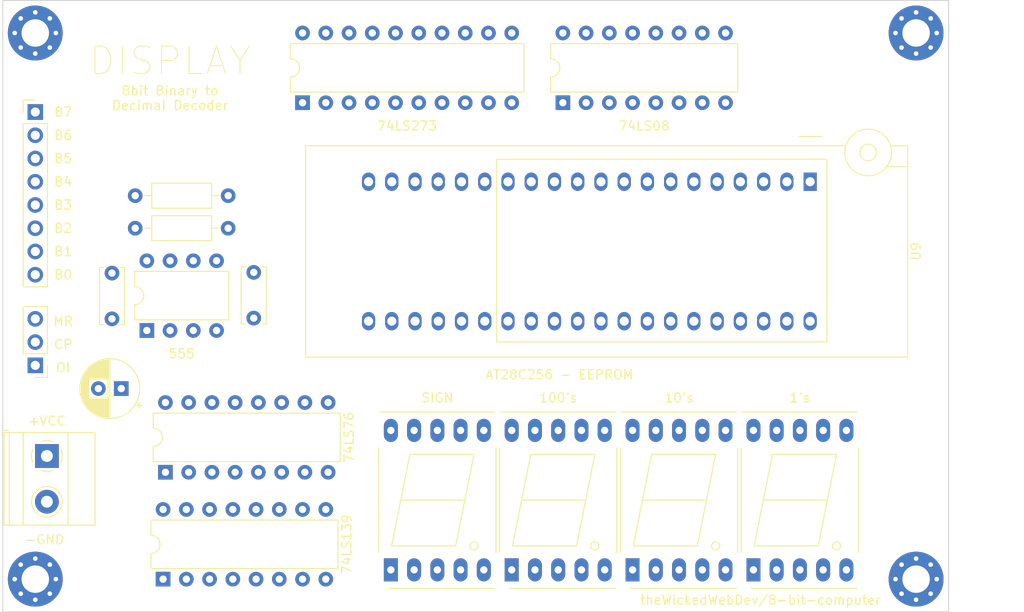
<source format=kicad_pcb>
(kicad_pcb (version 20171130) (host pcbnew "(5.1.9-0-10_14)")

  (general
    (thickness 1.6)
    (drawings 33)
    (tracks 0)
    (zones 0)
    (modules 22)
    (nets 51)
  )

  (page A4)
  (layers
    (0 F.Cu signal)
    (31 B.Cu signal)
    (32 B.Adhes user)
    (33 F.Adhes user)
    (34 B.Paste user)
    (35 F.Paste user)
    (36 B.SilkS user)
    (37 F.SilkS user)
    (38 B.Mask user)
    (39 F.Mask user)
    (40 Dwgs.User user)
    (41 Cmts.User user)
    (42 Eco1.User user)
    (43 Eco2.User user)
    (44 Edge.Cuts user)
    (45 Margin user)
    (46 B.CrtYd user)
    (47 F.CrtYd user)
    (48 B.Fab user)
    (49 F.Fab user)
  )

  (setup
    (last_trace_width 0.25)
    (user_trace_width 1.2)
    (trace_clearance 0.2)
    (zone_clearance 0.508)
    (zone_45_only no)
    (trace_min 0.2)
    (via_size 0.8)
    (via_drill 0.4)
    (via_min_size 0.4)
    (via_min_drill 0.3)
    (uvia_size 0.3)
    (uvia_drill 0.1)
    (uvias_allowed no)
    (uvia_min_size 0.2)
    (uvia_min_drill 0.1)
    (edge_width 0.1)
    (segment_width 0.2)
    (pcb_text_width 0.3)
    (pcb_text_size 1.5 1.5)
    (mod_edge_width 0.15)
    (mod_text_size 1 1)
    (mod_text_width 0.15)
    (pad_size 1.524 1.524)
    (pad_drill 0.762)
    (pad_to_mask_clearance 0)
    (aux_axis_origin 0 0)
    (visible_elements FFFFFF7F)
    (pcbplotparams
      (layerselection 0x010fc_ffffffff)
      (usegerberextensions false)
      (usegerberattributes true)
      (usegerberadvancedattributes true)
      (creategerberjobfile true)
      (excludeedgelayer true)
      (linewidth 0.100000)
      (plotframeref false)
      (viasonmask false)
      (mode 1)
      (useauxorigin false)
      (hpglpennumber 1)
      (hpglpenspeed 20)
      (hpglpendiameter 15.000000)
      (psnegative false)
      (psa4output false)
      (plotreference true)
      (plotvalue true)
      (plotinvisibletext false)
      (padsonsilk false)
      (subtractmaskfromsilk false)
      (outputformat 1)
      (mirror false)
      (drillshape 0)
      (scaleselection 1)
      (outputdirectory "gerber"))
  )

  (net 0 "")
  (net 1 GND)
  (net 2 VCC)
  (net 3 "Net-(C133-Pad2)")
  (net 4 "Net-(C233-Pad1)")
  (net 5 "Net-(R1452-Pad2)")
  (net 6 "Net-(R1452-Pad1)")
  (net 7 "Net-(U2444-Pad15)")
  (net 8 "Net-(U1555-Pad4)")
  (net 9 "Net-(U2444-Pad14)")
  (net 10 "Net-(U2444-Pad11)")
  (net 11 "Net-(U2-Pad3)")
  (net 12 "Net-(U1-Pad5)")
  (net 13 "Net-(U3-Pad5)")
  (net 14 BUS0)
  (net 15 BUS1)
  (net 16 BUS2)
  (net 17 BUS3)
  (net 18 BUS4)
  (net 19 BUS5)
  (net 20 BUS6)
  (net 21 BUS7)
  (net 22 RST)
  (net 23 CLOCK)
  (net 24 OI)
  (net 25 E_SEG)
  (net 26 D_SEG)
  (net 27 SIGN_DISPLAY)
  (net 28 C_SEG)
  (net 29 B_SEG)
  (net 30 A_SEG)
  (net 31 F_SEG)
  (net 32 G_SEG)
  (net 33 "Net-(U3-Pad19)")
  (net 34 "Net-(U3-Pad9)")
  (net 35 "Net-(U3-Pad16)")
  (net 36 "Net-(U3-Pad6)")
  (net 37 "Net-(U3-Pad15)")
  (net 38 "Net-(U3-Pad12)")
  (net 39 "Net-(U3-Pad2)")
  (net 40 100_DISPLAY)
  (net 41 "Net-(U4-Pad5)")
  (net 42 10_DISPLAY)
  (net 43 "Net-(U5-Pad5)")
  (net 44 1_DISPLAY)
  (net 45 "Net-(U6-Pad5)")
  (net 46 DP_SEG)
  (net 47 "Net-(U9-Pad21)")
  (net 48 A1)
  (net 49 A0)
  (net 50 RATE)

  (net_class Default "This is the default net class."
    (clearance 0.2)
    (trace_width 0.25)
    (via_dia 0.8)
    (via_drill 0.4)
    (uvia_dia 0.3)
    (uvia_drill 0.1)
    (add_net 100_DISPLAY)
    (add_net 10_DISPLAY)
    (add_net 1_DISPLAY)
    (add_net A0)
    (add_net A1)
    (add_net A_SEG)
    (add_net BUS0)
    (add_net BUS1)
    (add_net BUS2)
    (add_net BUS3)
    (add_net BUS4)
    (add_net BUS5)
    (add_net BUS6)
    (add_net BUS7)
    (add_net B_SEG)
    (add_net CLOCK)
    (add_net C_SEG)
    (add_net DP_SEG)
    (add_net D_SEG)
    (add_net E_SEG)
    (add_net F_SEG)
    (add_net GND)
    (add_net G_SEG)
    (add_net "Net-(C133-Pad2)")
    (add_net "Net-(C233-Pad1)")
    (add_net "Net-(R1452-Pad1)")
    (add_net "Net-(R1452-Pad2)")
    (add_net "Net-(U1-Pad5)")
    (add_net "Net-(U1555-Pad4)")
    (add_net "Net-(U2-Pad3)")
    (add_net "Net-(U2444-Pad11)")
    (add_net "Net-(U2444-Pad14)")
    (add_net "Net-(U2444-Pad15)")
    (add_net "Net-(U3-Pad12)")
    (add_net "Net-(U3-Pad15)")
    (add_net "Net-(U3-Pad16)")
    (add_net "Net-(U3-Pad19)")
    (add_net "Net-(U3-Pad2)")
    (add_net "Net-(U3-Pad5)")
    (add_net "Net-(U3-Pad6)")
    (add_net "Net-(U3-Pad9)")
    (add_net "Net-(U4-Pad5)")
    (add_net "Net-(U5-Pad5)")
    (add_net "Net-(U6-Pad5)")
    (add_net "Net-(U9-Pad21)")
    (add_net OI)
    (add_net RATE)
    (add_net RST)
    (add_net SIGN_DISPLAY)
    (add_net VCC)
  )

  (module Capacitor_THT:CP_Radial_D6.3mm_P2.50mm (layer F.Cu) (tedit 5AE50EF0) (tstamp 60CBD102)
    (at 96.266 50.038 180)
    (descr "CP, Radial series, Radial, pin pitch=2.50mm, , diameter=6.3mm, Electrolytic Capacitor")
    (tags "CP Radial series Radial pin pitch 2.50mm  diameter 6.3mm Electrolytic Capacitor")
    (path /611CF6E2)
    (fp_text reference C16 (at 1.25 -4.4) (layer F.SilkS) hide
      (effects (font (size 1 1) (thickness 0.15)))
    )
    (fp_text value CP1 (at 1.25 4.4) (layer F.Fab)
      (effects (font (size 1 1) (thickness 0.15)))
    )
    (fp_text user %R (at 1.25 0) (layer F.Fab)
      (effects (font (size 1 1) (thickness 0.15)))
    )
    (fp_circle (center 1.25 0) (end 4.4 0) (layer F.Fab) (width 0.1))
    (fp_circle (center 1.25 0) (end 4.52 0) (layer F.SilkS) (width 0.12))
    (fp_circle (center 1.25 0) (end 4.65 0) (layer F.CrtYd) (width 0.05))
    (fp_line (start -1.443972 -1.3735) (end -0.813972 -1.3735) (layer F.Fab) (width 0.1))
    (fp_line (start -1.128972 -1.6885) (end -1.128972 -1.0585) (layer F.Fab) (width 0.1))
    (fp_line (start 1.25 -3.23) (end 1.25 3.23) (layer F.SilkS) (width 0.12))
    (fp_line (start 1.29 -3.23) (end 1.29 3.23) (layer F.SilkS) (width 0.12))
    (fp_line (start 1.33 -3.23) (end 1.33 3.23) (layer F.SilkS) (width 0.12))
    (fp_line (start 1.37 -3.228) (end 1.37 3.228) (layer F.SilkS) (width 0.12))
    (fp_line (start 1.41 -3.227) (end 1.41 3.227) (layer F.SilkS) (width 0.12))
    (fp_line (start 1.45 -3.224) (end 1.45 3.224) (layer F.SilkS) (width 0.12))
    (fp_line (start 1.49 -3.222) (end 1.49 -1.04) (layer F.SilkS) (width 0.12))
    (fp_line (start 1.49 1.04) (end 1.49 3.222) (layer F.SilkS) (width 0.12))
    (fp_line (start 1.53 -3.218) (end 1.53 -1.04) (layer F.SilkS) (width 0.12))
    (fp_line (start 1.53 1.04) (end 1.53 3.218) (layer F.SilkS) (width 0.12))
    (fp_line (start 1.57 -3.215) (end 1.57 -1.04) (layer F.SilkS) (width 0.12))
    (fp_line (start 1.57 1.04) (end 1.57 3.215) (layer F.SilkS) (width 0.12))
    (fp_line (start 1.61 -3.211) (end 1.61 -1.04) (layer F.SilkS) (width 0.12))
    (fp_line (start 1.61 1.04) (end 1.61 3.211) (layer F.SilkS) (width 0.12))
    (fp_line (start 1.65 -3.206) (end 1.65 -1.04) (layer F.SilkS) (width 0.12))
    (fp_line (start 1.65 1.04) (end 1.65 3.206) (layer F.SilkS) (width 0.12))
    (fp_line (start 1.69 -3.201) (end 1.69 -1.04) (layer F.SilkS) (width 0.12))
    (fp_line (start 1.69 1.04) (end 1.69 3.201) (layer F.SilkS) (width 0.12))
    (fp_line (start 1.73 -3.195) (end 1.73 -1.04) (layer F.SilkS) (width 0.12))
    (fp_line (start 1.73 1.04) (end 1.73 3.195) (layer F.SilkS) (width 0.12))
    (fp_line (start 1.77 -3.189) (end 1.77 -1.04) (layer F.SilkS) (width 0.12))
    (fp_line (start 1.77 1.04) (end 1.77 3.189) (layer F.SilkS) (width 0.12))
    (fp_line (start 1.81 -3.182) (end 1.81 -1.04) (layer F.SilkS) (width 0.12))
    (fp_line (start 1.81 1.04) (end 1.81 3.182) (layer F.SilkS) (width 0.12))
    (fp_line (start 1.85 -3.175) (end 1.85 -1.04) (layer F.SilkS) (width 0.12))
    (fp_line (start 1.85 1.04) (end 1.85 3.175) (layer F.SilkS) (width 0.12))
    (fp_line (start 1.89 -3.167) (end 1.89 -1.04) (layer F.SilkS) (width 0.12))
    (fp_line (start 1.89 1.04) (end 1.89 3.167) (layer F.SilkS) (width 0.12))
    (fp_line (start 1.93 -3.159) (end 1.93 -1.04) (layer F.SilkS) (width 0.12))
    (fp_line (start 1.93 1.04) (end 1.93 3.159) (layer F.SilkS) (width 0.12))
    (fp_line (start 1.971 -3.15) (end 1.971 -1.04) (layer F.SilkS) (width 0.12))
    (fp_line (start 1.971 1.04) (end 1.971 3.15) (layer F.SilkS) (width 0.12))
    (fp_line (start 2.011 -3.141) (end 2.011 -1.04) (layer F.SilkS) (width 0.12))
    (fp_line (start 2.011 1.04) (end 2.011 3.141) (layer F.SilkS) (width 0.12))
    (fp_line (start 2.051 -3.131) (end 2.051 -1.04) (layer F.SilkS) (width 0.12))
    (fp_line (start 2.051 1.04) (end 2.051 3.131) (layer F.SilkS) (width 0.12))
    (fp_line (start 2.091 -3.121) (end 2.091 -1.04) (layer F.SilkS) (width 0.12))
    (fp_line (start 2.091 1.04) (end 2.091 3.121) (layer F.SilkS) (width 0.12))
    (fp_line (start 2.131 -3.11) (end 2.131 -1.04) (layer F.SilkS) (width 0.12))
    (fp_line (start 2.131 1.04) (end 2.131 3.11) (layer F.SilkS) (width 0.12))
    (fp_line (start 2.171 -3.098) (end 2.171 -1.04) (layer F.SilkS) (width 0.12))
    (fp_line (start 2.171 1.04) (end 2.171 3.098) (layer F.SilkS) (width 0.12))
    (fp_line (start 2.211 -3.086) (end 2.211 -1.04) (layer F.SilkS) (width 0.12))
    (fp_line (start 2.211 1.04) (end 2.211 3.086) (layer F.SilkS) (width 0.12))
    (fp_line (start 2.251 -3.074) (end 2.251 -1.04) (layer F.SilkS) (width 0.12))
    (fp_line (start 2.251 1.04) (end 2.251 3.074) (layer F.SilkS) (width 0.12))
    (fp_line (start 2.291 -3.061) (end 2.291 -1.04) (layer F.SilkS) (width 0.12))
    (fp_line (start 2.291 1.04) (end 2.291 3.061) (layer F.SilkS) (width 0.12))
    (fp_line (start 2.331 -3.047) (end 2.331 -1.04) (layer F.SilkS) (width 0.12))
    (fp_line (start 2.331 1.04) (end 2.331 3.047) (layer F.SilkS) (width 0.12))
    (fp_line (start 2.371 -3.033) (end 2.371 -1.04) (layer F.SilkS) (width 0.12))
    (fp_line (start 2.371 1.04) (end 2.371 3.033) (layer F.SilkS) (width 0.12))
    (fp_line (start 2.411 -3.018) (end 2.411 -1.04) (layer F.SilkS) (width 0.12))
    (fp_line (start 2.411 1.04) (end 2.411 3.018) (layer F.SilkS) (width 0.12))
    (fp_line (start 2.451 -3.002) (end 2.451 -1.04) (layer F.SilkS) (width 0.12))
    (fp_line (start 2.451 1.04) (end 2.451 3.002) (layer F.SilkS) (width 0.12))
    (fp_line (start 2.491 -2.986) (end 2.491 -1.04) (layer F.SilkS) (width 0.12))
    (fp_line (start 2.491 1.04) (end 2.491 2.986) (layer F.SilkS) (width 0.12))
    (fp_line (start 2.531 -2.97) (end 2.531 -1.04) (layer F.SilkS) (width 0.12))
    (fp_line (start 2.531 1.04) (end 2.531 2.97) (layer F.SilkS) (width 0.12))
    (fp_line (start 2.571 -2.952) (end 2.571 -1.04) (layer F.SilkS) (width 0.12))
    (fp_line (start 2.571 1.04) (end 2.571 2.952) (layer F.SilkS) (width 0.12))
    (fp_line (start 2.611 -2.934) (end 2.611 -1.04) (layer F.SilkS) (width 0.12))
    (fp_line (start 2.611 1.04) (end 2.611 2.934) (layer F.SilkS) (width 0.12))
    (fp_line (start 2.651 -2.916) (end 2.651 -1.04) (layer F.SilkS) (width 0.12))
    (fp_line (start 2.651 1.04) (end 2.651 2.916) (layer F.SilkS) (width 0.12))
    (fp_line (start 2.691 -2.896) (end 2.691 -1.04) (layer F.SilkS) (width 0.12))
    (fp_line (start 2.691 1.04) (end 2.691 2.896) (layer F.SilkS) (width 0.12))
    (fp_line (start 2.731 -2.876) (end 2.731 -1.04) (layer F.SilkS) (width 0.12))
    (fp_line (start 2.731 1.04) (end 2.731 2.876) (layer F.SilkS) (width 0.12))
    (fp_line (start 2.771 -2.856) (end 2.771 -1.04) (layer F.SilkS) (width 0.12))
    (fp_line (start 2.771 1.04) (end 2.771 2.856) (layer F.SilkS) (width 0.12))
    (fp_line (start 2.811 -2.834) (end 2.811 -1.04) (layer F.SilkS) (width 0.12))
    (fp_line (start 2.811 1.04) (end 2.811 2.834) (layer F.SilkS) (width 0.12))
    (fp_line (start 2.851 -2.812) (end 2.851 -1.04) (layer F.SilkS) (width 0.12))
    (fp_line (start 2.851 1.04) (end 2.851 2.812) (layer F.SilkS) (width 0.12))
    (fp_line (start 2.891 -2.79) (end 2.891 -1.04) (layer F.SilkS) (width 0.12))
    (fp_line (start 2.891 1.04) (end 2.891 2.79) (layer F.SilkS) (width 0.12))
    (fp_line (start 2.931 -2.766) (end 2.931 -1.04) (layer F.SilkS) (width 0.12))
    (fp_line (start 2.931 1.04) (end 2.931 2.766) (layer F.SilkS) (width 0.12))
    (fp_line (start 2.971 -2.742) (end 2.971 -1.04) (layer F.SilkS) (width 0.12))
    (fp_line (start 2.971 1.04) (end 2.971 2.742) (layer F.SilkS) (width 0.12))
    (fp_line (start 3.011 -2.716) (end 3.011 -1.04) (layer F.SilkS) (width 0.12))
    (fp_line (start 3.011 1.04) (end 3.011 2.716) (layer F.SilkS) (width 0.12))
    (fp_line (start 3.051 -2.69) (end 3.051 -1.04) (layer F.SilkS) (width 0.12))
    (fp_line (start 3.051 1.04) (end 3.051 2.69) (layer F.SilkS) (width 0.12))
    (fp_line (start 3.091 -2.664) (end 3.091 -1.04) (layer F.SilkS) (width 0.12))
    (fp_line (start 3.091 1.04) (end 3.091 2.664) (layer F.SilkS) (width 0.12))
    (fp_line (start 3.131 -2.636) (end 3.131 -1.04) (layer F.SilkS) (width 0.12))
    (fp_line (start 3.131 1.04) (end 3.131 2.636) (layer F.SilkS) (width 0.12))
    (fp_line (start 3.171 -2.607) (end 3.171 -1.04) (layer F.SilkS) (width 0.12))
    (fp_line (start 3.171 1.04) (end 3.171 2.607) (layer F.SilkS) (width 0.12))
    (fp_line (start 3.211 -2.578) (end 3.211 -1.04) (layer F.SilkS) (width 0.12))
    (fp_line (start 3.211 1.04) (end 3.211 2.578) (layer F.SilkS) (width 0.12))
    (fp_line (start 3.251 -2.548) (end 3.251 -1.04) (layer F.SilkS) (width 0.12))
    (fp_line (start 3.251 1.04) (end 3.251 2.548) (layer F.SilkS) (width 0.12))
    (fp_line (start 3.291 -2.516) (end 3.291 -1.04) (layer F.SilkS) (width 0.12))
    (fp_line (start 3.291 1.04) (end 3.291 2.516) (layer F.SilkS) (width 0.12))
    (fp_line (start 3.331 -2.484) (end 3.331 -1.04) (layer F.SilkS) (width 0.12))
    (fp_line (start 3.331 1.04) (end 3.331 2.484) (layer F.SilkS) (width 0.12))
    (fp_line (start 3.371 -2.45) (end 3.371 -1.04) (layer F.SilkS) (width 0.12))
    (fp_line (start 3.371 1.04) (end 3.371 2.45) (layer F.SilkS) (width 0.12))
    (fp_line (start 3.411 -2.416) (end 3.411 -1.04) (layer F.SilkS) (width 0.12))
    (fp_line (start 3.411 1.04) (end 3.411 2.416) (layer F.SilkS) (width 0.12))
    (fp_line (start 3.451 -2.38) (end 3.451 -1.04) (layer F.SilkS) (width 0.12))
    (fp_line (start 3.451 1.04) (end 3.451 2.38) (layer F.SilkS) (width 0.12))
    (fp_line (start 3.491 -2.343) (end 3.491 -1.04) (layer F.SilkS) (width 0.12))
    (fp_line (start 3.491 1.04) (end 3.491 2.343) (layer F.SilkS) (width 0.12))
    (fp_line (start 3.531 -2.305) (end 3.531 -1.04) (layer F.SilkS) (width 0.12))
    (fp_line (start 3.531 1.04) (end 3.531 2.305) (layer F.SilkS) (width 0.12))
    (fp_line (start 3.571 -2.265) (end 3.571 2.265) (layer F.SilkS) (width 0.12))
    (fp_line (start 3.611 -2.224) (end 3.611 2.224) (layer F.SilkS) (width 0.12))
    (fp_line (start 3.651 -2.182) (end 3.651 2.182) (layer F.SilkS) (width 0.12))
    (fp_line (start 3.691 -2.137) (end 3.691 2.137) (layer F.SilkS) (width 0.12))
    (fp_line (start 3.731 -2.092) (end 3.731 2.092) (layer F.SilkS) (width 0.12))
    (fp_line (start 3.771 -2.044) (end 3.771 2.044) (layer F.SilkS) (width 0.12))
    (fp_line (start 3.811 -1.995) (end 3.811 1.995) (layer F.SilkS) (width 0.12))
    (fp_line (start 3.851 -1.944) (end 3.851 1.944) (layer F.SilkS) (width 0.12))
    (fp_line (start 3.891 -1.89) (end 3.891 1.89) (layer F.SilkS) (width 0.12))
    (fp_line (start 3.931 -1.834) (end 3.931 1.834) (layer F.SilkS) (width 0.12))
    (fp_line (start 3.971 -1.776) (end 3.971 1.776) (layer F.SilkS) (width 0.12))
    (fp_line (start 4.011 -1.714) (end 4.011 1.714) (layer F.SilkS) (width 0.12))
    (fp_line (start 4.051 -1.65) (end 4.051 1.65) (layer F.SilkS) (width 0.12))
    (fp_line (start 4.091 -1.581) (end 4.091 1.581) (layer F.SilkS) (width 0.12))
    (fp_line (start 4.131 -1.509) (end 4.131 1.509) (layer F.SilkS) (width 0.12))
    (fp_line (start 4.171 -1.432) (end 4.171 1.432) (layer F.SilkS) (width 0.12))
    (fp_line (start 4.211 -1.35) (end 4.211 1.35) (layer F.SilkS) (width 0.12))
    (fp_line (start 4.251 -1.262) (end 4.251 1.262) (layer F.SilkS) (width 0.12))
    (fp_line (start 4.291 -1.165) (end 4.291 1.165) (layer F.SilkS) (width 0.12))
    (fp_line (start 4.331 -1.059) (end 4.331 1.059) (layer F.SilkS) (width 0.12))
    (fp_line (start 4.371 -0.94) (end 4.371 0.94) (layer F.SilkS) (width 0.12))
    (fp_line (start 4.411 -0.802) (end 4.411 0.802) (layer F.SilkS) (width 0.12))
    (fp_line (start 4.451 -0.633) (end 4.451 0.633) (layer F.SilkS) (width 0.12))
    (fp_line (start 4.491 -0.402) (end 4.491 0.402) (layer F.SilkS) (width 0.12))
    (fp_line (start -2.250241 -1.839) (end -1.620241 -1.839) (layer F.SilkS) (width 0.12))
    (fp_line (start -1.935241 -2.154) (end -1.935241 -1.524) (layer F.SilkS) (width 0.12))
    (pad 2 thru_hole circle (at 2.5 0 180) (size 1.6 1.6) (drill 0.8) (layers *.Cu *.Mask)
      (net 1 GND))
    (pad 1 thru_hole rect (at 0 0 180) (size 1.6 1.6) (drill 0.8) (layers *.Cu *.Mask)
      (net 2 VCC))
    (model ${KISYS3DMOD}/Capacitor_THT.3dshapes/CP_Radial_D6.3mm_P2.50mm.wrl
      (at (xyz 0 0 0))
      (scale (xyz 1 1 1))
      (rotate (xyz 0 0 0))
    )
  )

  (module MountingHole:MountingHole_3mm_Pad_Via (layer F.Cu) (tedit 56DDBED4) (tstamp 60CC593D)
    (at 86.868 11.176)
    (descr "Mounting Hole 3mm")
    (tags "mounting hole 3mm")
    (attr virtual)
    (fp_text reference REF** (at 0 -4) (layer F.SilkS) hide
      (effects (font (size 1 1) (thickness 0.15)))
    )
    (fp_text value MountingHole_3mm_Pad_Via (at 0 4) (layer F.Fab) hide
      (effects (font (size 1 1) (thickness 0.15)))
    )
    (fp_text user %R (at 0.3 0) (layer F.Fab)
      (effects (font (size 1 1) (thickness 0.15)))
    )
    (fp_circle (center 0 0) (end 3 0) (layer Cmts.User) (width 0.15))
    (fp_circle (center 0 0) (end 3.25 0) (layer F.CrtYd) (width 0.05))
    (pad 1 thru_hole circle (at 1.59099 -1.59099) (size 0.8 0.8) (drill 0.5) (layers *.Cu *.Mask))
    (pad 1 thru_hole circle (at 0 -2.25) (size 0.8 0.8) (drill 0.5) (layers *.Cu *.Mask))
    (pad 1 thru_hole circle (at -1.59099 -1.59099) (size 0.8 0.8) (drill 0.5) (layers *.Cu *.Mask))
    (pad 1 thru_hole circle (at -2.25 0) (size 0.8 0.8) (drill 0.5) (layers *.Cu *.Mask))
    (pad 1 thru_hole circle (at -1.59099 1.59099) (size 0.8 0.8) (drill 0.5) (layers *.Cu *.Mask))
    (pad 1 thru_hole circle (at 0 2.25) (size 0.8 0.8) (drill 0.5) (layers *.Cu *.Mask))
    (pad 1 thru_hole circle (at 1.59099 1.59099) (size 0.8 0.8) (drill 0.5) (layers *.Cu *.Mask))
    (pad 1 thru_hole circle (at 2.25 0) (size 0.8 0.8) (drill 0.5) (layers *.Cu *.Mask))
    (pad 1 thru_hole circle (at 0 0) (size 6 6) (drill 3) (layers *.Cu *.Mask))
  )

  (module MountingHole:MountingHole_3mm_Pad_Via (layer F.Cu) (tedit 56DDBED4) (tstamp 60CC592E)
    (at 86.868 70.866)
    (descr "Mounting Hole 3mm")
    (tags "mounting hole 3mm")
    (attr virtual)
    (fp_text reference REF** (at 0 -4) (layer F.SilkS) hide
      (effects (font (size 1 1) (thickness 0.15)))
    )
    (fp_text value MountingHole_3mm_Pad_Via (at 0 4) (layer F.Fab) hide
      (effects (font (size 1 1) (thickness 0.15)))
    )
    (fp_circle (center 0 0) (end 3.25 0) (layer F.CrtYd) (width 0.05))
    (fp_circle (center 0 0) (end 3 0) (layer Cmts.User) (width 0.15))
    (fp_text user %R (at 0.3 0) (layer F.Fab)
      (effects (font (size 1 1) (thickness 0.15)))
    )
    (pad 1 thru_hole circle (at 0 0) (size 6 6) (drill 3) (layers *.Cu *.Mask))
    (pad 1 thru_hole circle (at 2.25 0) (size 0.8 0.8) (drill 0.5) (layers *.Cu *.Mask))
    (pad 1 thru_hole circle (at 1.59099 1.59099) (size 0.8 0.8) (drill 0.5) (layers *.Cu *.Mask))
    (pad 1 thru_hole circle (at 0 2.25) (size 0.8 0.8) (drill 0.5) (layers *.Cu *.Mask))
    (pad 1 thru_hole circle (at -1.59099 1.59099) (size 0.8 0.8) (drill 0.5) (layers *.Cu *.Mask))
    (pad 1 thru_hole circle (at -2.25 0) (size 0.8 0.8) (drill 0.5) (layers *.Cu *.Mask))
    (pad 1 thru_hole circle (at -1.59099 -1.59099) (size 0.8 0.8) (drill 0.5) (layers *.Cu *.Mask))
    (pad 1 thru_hole circle (at 0 -2.25) (size 0.8 0.8) (drill 0.5) (layers *.Cu *.Mask))
    (pad 1 thru_hole circle (at 1.59099 -1.59099) (size 0.8 0.8) (drill 0.5) (layers *.Cu *.Mask))
  )

  (module MountingHole:MountingHole_3mm_Pad_Via (layer F.Cu) (tedit 56DDBED4) (tstamp 60CC577C)
    (at 183.134 11.176)
    (descr "Mounting Hole 3mm")
    (tags "mounting hole 3mm")
    (attr virtual)
    (fp_text reference REF** (at 0 -4) (layer F.SilkS) hide
      (effects (font (size 1 1) (thickness 0.15)))
    )
    (fp_text value MountingHole_3mm_Pad_Via (at 0 4) (layer F.Fab) hide
      (effects (font (size 1 1) (thickness 0.15)))
    )
    (fp_circle (center 0 0) (end 3.25 0) (layer F.CrtYd) (width 0.05))
    (fp_circle (center 0 0) (end 3 0) (layer Cmts.User) (width 0.15))
    (fp_text user %R (at 0.3 0) (layer F.Fab)
      (effects (font (size 1 1) (thickness 0.15)))
    )
    (pad 1 thru_hole circle (at 0 0) (size 6 6) (drill 3) (layers *.Cu *.Mask))
    (pad 1 thru_hole circle (at 2.25 0) (size 0.8 0.8) (drill 0.5) (layers *.Cu *.Mask))
    (pad 1 thru_hole circle (at 1.59099 1.59099) (size 0.8 0.8) (drill 0.5) (layers *.Cu *.Mask))
    (pad 1 thru_hole circle (at 0 2.25) (size 0.8 0.8) (drill 0.5) (layers *.Cu *.Mask))
    (pad 1 thru_hole circle (at -1.59099 1.59099) (size 0.8 0.8) (drill 0.5) (layers *.Cu *.Mask))
    (pad 1 thru_hole circle (at -2.25 0) (size 0.8 0.8) (drill 0.5) (layers *.Cu *.Mask))
    (pad 1 thru_hole circle (at -1.59099 -1.59099) (size 0.8 0.8) (drill 0.5) (layers *.Cu *.Mask))
    (pad 1 thru_hole circle (at 0 -2.25) (size 0.8 0.8) (drill 0.5) (layers *.Cu *.Mask))
    (pad 1 thru_hole circle (at 1.59099 -1.59099) (size 0.8 0.8) (drill 0.5) (layers *.Cu *.Mask))
  )

  (module MountingHole:MountingHole_3mm_Pad_Via (layer F.Cu) (tedit 56DDBED4) (tstamp 60CC5615)
    (at 183.134 70.866)
    (descr "Mounting Hole 3mm")
    (tags "mounting hole 3mm")
    (attr virtual)
    (fp_text reference REF** (at 0 -4) (layer F.SilkS) hide
      (effects (font (size 1 1) (thickness 0.15)))
    )
    (fp_text value MountingHole_3mm_Pad_Via (at 0 4) (layer F.Fab) hide
      (effects (font (size 1 1) (thickness 0.15)))
    )
    (fp_text user %R (at 0.3 0) (layer F.Fab)
      (effects (font (size 1 1) (thickness 0.15)))
    )
    (fp_circle (center 0 0) (end 3 0) (layer Cmts.User) (width 0.15))
    (fp_circle (center 0 0) (end 3.25 0) (layer F.CrtYd) (width 0.05))
    (pad 1 thru_hole circle (at 1.59099 -1.59099) (size 0.8 0.8) (drill 0.5) (layers *.Cu *.Mask))
    (pad 1 thru_hole circle (at 0 -2.25) (size 0.8 0.8) (drill 0.5) (layers *.Cu *.Mask))
    (pad 1 thru_hole circle (at -1.59099 -1.59099) (size 0.8 0.8) (drill 0.5) (layers *.Cu *.Mask))
    (pad 1 thru_hole circle (at -2.25 0) (size 0.8 0.8) (drill 0.5) (layers *.Cu *.Mask))
    (pad 1 thru_hole circle (at -1.59099 1.59099) (size 0.8 0.8) (drill 0.5) (layers *.Cu *.Mask))
    (pad 1 thru_hole circle (at 0 2.25) (size 0.8 0.8) (drill 0.5) (layers *.Cu *.Mask))
    (pad 1 thru_hole circle (at 1.59099 1.59099) (size 0.8 0.8) (drill 0.5) (layers *.Cu *.Mask))
    (pad 1 thru_hole circle (at 2.25 0) (size 0.8 0.8) (drill 0.5) (layers *.Cu *.Mask))
    (pad 1 thru_hole circle (at 0 0) (size 6 6) (drill 3) (layers *.Cu *.Mask))
  )

  (module Package_DIP:DIP-16_W7.62mm (layer F.Cu) (tedit 5A02E8C5) (tstamp 60CC7850)
    (at 100.838 70.866 90)
    (descr "16-lead though-hole mounted DIP package, row spacing 7.62 mm (300 mils)")
    (tags "THT DIP DIL PDIP 2.54mm 7.62mm 300mil")
    (path /611CFFAE)
    (fp_text reference U4332 (at 3.81 -2.33 90) (layer F.SilkS) hide
      (effects (font (size 1 1) (thickness 0.15)))
    )
    (fp_text value 74LS139 (at 3.81 20.11 90) (layer F.Fab)
      (effects (font (size 1 1) (thickness 0.15)))
    )
    (fp_text user %R (at 3.81 8.89 90) (layer F.Fab)
      (effects (font (size 1 1) (thickness 0.15)))
    )
    (fp_arc (start 3.81 -1.33) (end 2.81 -1.33) (angle -180) (layer F.SilkS) (width 0.12))
    (fp_line (start 1.635 -1.27) (end 6.985 -1.27) (layer F.Fab) (width 0.1))
    (fp_line (start 6.985 -1.27) (end 6.985 19.05) (layer F.Fab) (width 0.1))
    (fp_line (start 6.985 19.05) (end 0.635 19.05) (layer F.Fab) (width 0.1))
    (fp_line (start 0.635 19.05) (end 0.635 -0.27) (layer F.Fab) (width 0.1))
    (fp_line (start 0.635 -0.27) (end 1.635 -1.27) (layer F.Fab) (width 0.1))
    (fp_line (start 2.81 -1.33) (end 1.16 -1.33) (layer F.SilkS) (width 0.12))
    (fp_line (start 1.16 -1.33) (end 1.16 19.11) (layer F.SilkS) (width 0.12))
    (fp_line (start 1.16 19.11) (end 6.46 19.11) (layer F.SilkS) (width 0.12))
    (fp_line (start 6.46 19.11) (end 6.46 -1.33) (layer F.SilkS) (width 0.12))
    (fp_line (start 6.46 -1.33) (end 4.81 -1.33) (layer F.SilkS) (width 0.12))
    (fp_line (start -1.1 -1.55) (end -1.1 19.3) (layer F.CrtYd) (width 0.05))
    (fp_line (start -1.1 19.3) (end 8.7 19.3) (layer F.CrtYd) (width 0.05))
    (fp_line (start 8.7 19.3) (end 8.7 -1.55) (layer F.CrtYd) (width 0.05))
    (fp_line (start 8.7 -1.55) (end -1.1 -1.55) (layer F.CrtYd) (width 0.05))
    (pad 16 thru_hole oval (at 7.62 0 90) (size 1.6 1.6) (drill 0.8) (layers *.Cu *.Mask)
      (net 2 VCC))
    (pad 8 thru_hole oval (at 0 17.78 90) (size 1.6 1.6) (drill 0.8) (layers *.Cu *.Mask)
      (net 1 GND))
    (pad 15 thru_hole oval (at 7.62 2.54 90) (size 1.6 1.6) (drill 0.8) (layers *.Cu *.Mask))
    (pad 7 thru_hole oval (at 0 15.24 90) (size 1.6 1.6) (drill 0.8) (layers *.Cu *.Mask)
      (net 27 SIGN_DISPLAY))
    (pad 14 thru_hole oval (at 7.62 5.08 90) (size 1.6 1.6) (drill 0.8) (layers *.Cu *.Mask))
    (pad 6 thru_hole oval (at 0 12.7 90) (size 1.6 1.6) (drill 0.8) (layers *.Cu *.Mask)
      (net 40 100_DISPLAY))
    (pad 13 thru_hole oval (at 7.62 7.62 90) (size 1.6 1.6) (drill 0.8) (layers *.Cu *.Mask))
    (pad 5 thru_hole oval (at 0 10.16 90) (size 1.6 1.6) (drill 0.8) (layers *.Cu *.Mask)
      (net 42 10_DISPLAY))
    (pad 12 thru_hole oval (at 7.62 10.16 90) (size 1.6 1.6) (drill 0.8) (layers *.Cu *.Mask))
    (pad 4 thru_hole oval (at 0 7.62 90) (size 1.6 1.6) (drill 0.8) (layers *.Cu *.Mask)
      (net 44 1_DISPLAY))
    (pad 11 thru_hole oval (at 7.62 12.7 90) (size 1.6 1.6) (drill 0.8) (layers *.Cu *.Mask))
    (pad 3 thru_hole oval (at 0 5.08 90) (size 1.6 1.6) (drill 0.8) (layers *.Cu *.Mask)
      (net 48 A1))
    (pad 10 thru_hole oval (at 7.62 15.24 90) (size 1.6 1.6) (drill 0.8) (layers *.Cu *.Mask))
    (pad 2 thru_hole oval (at 0 2.54 90) (size 1.6 1.6) (drill 0.8) (layers *.Cu *.Mask)
      (net 49 A0))
    (pad 9 thru_hole oval (at 7.62 17.78 90) (size 1.6 1.6) (drill 0.8) (layers *.Cu *.Mask))
    (pad 1 thru_hole rect (at 0 0 90) (size 1.6 1.6) (drill 0.8) (layers *.Cu *.Mask)
      (net 1 GND))
    (model ${KISYS3DMOD}/Package_DIP.3dshapes/DIP-16_W7.62mm.wrl
      (at (xyz 0 0 0))
      (scale (xyz 1 1 1))
      (rotate (xyz 0 0 0))
    )
  )

  (module Package_DIP:DIP-16_W7.62mm (layer F.Cu) (tedit 5A02E8C5) (tstamp 60CBD329)
    (at 101.092 59.182 90)
    (descr "16-lead though-hole mounted DIP package, row spacing 7.62 mm (300 mils)")
    (tags "THT DIP DIL PDIP 2.54mm 7.62mm 300mil")
    (path /611B9CAD)
    (fp_text reference U2444 (at 3.81 -2.33 90) (layer F.SilkS) hide
      (effects (font (size 1 1) (thickness 0.15)))
    )
    (fp_text value 74LS76 (at 3.81 20.11 90) (layer F.Fab)
      (effects (font (size 1 1) (thickness 0.15)))
    )
    (fp_text user %R (at 3.81 8.89 90) (layer F.Fab)
      (effects (font (size 1 1) (thickness 0.15)))
    )
    (fp_arc (start 3.81 -1.33) (end 2.81 -1.33) (angle -180) (layer F.SilkS) (width 0.12))
    (fp_line (start 1.635 -1.27) (end 6.985 -1.27) (layer F.Fab) (width 0.1))
    (fp_line (start 6.985 -1.27) (end 6.985 19.05) (layer F.Fab) (width 0.1))
    (fp_line (start 6.985 19.05) (end 0.635 19.05) (layer F.Fab) (width 0.1))
    (fp_line (start 0.635 19.05) (end 0.635 -0.27) (layer F.Fab) (width 0.1))
    (fp_line (start 0.635 -0.27) (end 1.635 -1.27) (layer F.Fab) (width 0.1))
    (fp_line (start 2.81 -1.33) (end 1.16 -1.33) (layer F.SilkS) (width 0.12))
    (fp_line (start 1.16 -1.33) (end 1.16 19.11) (layer F.SilkS) (width 0.12))
    (fp_line (start 1.16 19.11) (end 6.46 19.11) (layer F.SilkS) (width 0.12))
    (fp_line (start 6.46 19.11) (end 6.46 -1.33) (layer F.SilkS) (width 0.12))
    (fp_line (start 6.46 -1.33) (end 4.81 -1.33) (layer F.SilkS) (width 0.12))
    (fp_line (start -1.1 -1.55) (end -1.1 19.3) (layer F.CrtYd) (width 0.05))
    (fp_line (start -1.1 19.3) (end 8.7 19.3) (layer F.CrtYd) (width 0.05))
    (fp_line (start 8.7 19.3) (end 8.7 -1.55) (layer F.CrtYd) (width 0.05))
    (fp_line (start 8.7 -1.55) (end -1.1 -1.55) (layer F.CrtYd) (width 0.05))
    (pad 16 thru_hole oval (at 7.62 0 90) (size 1.6 1.6) (drill 0.8) (layers *.Cu *.Mask)
      (net 2 VCC))
    (pad 8 thru_hole oval (at 0 17.78 90) (size 1.6 1.6) (drill 0.8) (layers *.Cu *.Mask)
      (net 2 VCC))
    (pad 15 thru_hole oval (at 7.62 2.54 90) (size 1.6 1.6) (drill 0.8) (layers *.Cu *.Mask)
      (net 7 "Net-(U2444-Pad15)"))
    (pad 7 thru_hole oval (at 0 15.24 90) (size 1.6 1.6) (drill 0.8) (layers *.Cu *.Mask)
      (net 2 VCC))
    (pad 14 thru_hole oval (at 7.62 5.08 90) (size 1.6 1.6) (drill 0.8) (layers *.Cu *.Mask)
      (net 9 "Net-(U2444-Pad14)"))
    (pad 6 thru_hole oval (at 0 12.7 90) (size 1.6 1.6) (drill 0.8) (layers *.Cu *.Mask)
      (net 9 "Net-(U2444-Pad14)"))
    (pad 13 thru_hole oval (at 7.62 7.62 90) (size 1.6 1.6) (drill 0.8) (layers *.Cu *.Mask)
      (net 1 GND))
    (pad 5 thru_hole oval (at 0 10.16 90) (size 1.6 1.6) (drill 0.8) (layers *.Cu *.Mask)
      (net 2 VCC))
    (pad 12 thru_hole oval (at 7.62 10.16 90) (size 1.6 1.6) (drill 0.8) (layers *.Cu *.Mask)
      (net 2 VCC))
    (pad 4 thru_hole oval (at 0 7.62 90) (size 1.6 1.6) (drill 0.8) (layers *.Cu *.Mask)
      (net 2 VCC))
    (pad 11 thru_hole oval (at 7.62 12.7 90) (size 1.6 1.6) (drill 0.8) (layers *.Cu *.Mask)
      (net 10 "Net-(U2444-Pad11)"))
    (pad 3 thru_hole oval (at 0 5.08 90) (size 1.6 1.6) (drill 0.8) (layers *.Cu *.Mask)
      (net 2 VCC))
    (pad 10 thru_hole oval (at 7.62 15.24 90) (size 1.6 1.6) (drill 0.8) (layers *.Cu *.Mask)
      (net 48 A1))
    (pad 2 thru_hole oval (at 0 2.54 90) (size 1.6 1.6) (drill 0.8) (layers *.Cu *.Mask)
      (net 2 VCC))
    (pad 9 thru_hole oval (at 7.62 17.78 90) (size 1.6 1.6) (drill 0.8) (layers *.Cu *.Mask)
      (net 2 VCC))
    (pad 1 thru_hole rect (at 0 0 90) (size 1.6 1.6) (drill 0.8) (layers *.Cu *.Mask)
      (net 50 RATE))
    (model ${KISYS3DMOD}/Package_DIP.3dshapes/DIP-16_W7.62mm.wrl
      (at (xyz 0 0 0))
      (scale (xyz 1 1 1))
      (rotate (xyz 0 0 0))
    )
  )

  (module Package_DIP:DIP-8_W7.62mm (layer F.Cu) (tedit 5A02E8C5) (tstamp 60CBD305)
    (at 99.06 43.688 90)
    (descr "8-lead though-hole mounted DIP package, row spacing 7.62 mm (300 mils)")
    (tags "THT DIP DIL PDIP 2.54mm 7.62mm 300mil")
    (path /611B78D2)
    (fp_text reference U1555 (at 3.81 -2.33 90) (layer F.SilkS) hide
      (effects (font (size 1 1) (thickness 0.15)))
    )
    (fp_text value NE55P (at 3.81 9.95 90) (layer F.Fab)
      (effects (font (size 1 1) (thickness 0.15)))
    )
    (fp_text user %R (at 3.81 3.81 90) (layer F.Fab)
      (effects (font (size 1 1) (thickness 0.15)))
    )
    (fp_arc (start 3.81 -1.33) (end 2.81 -1.33) (angle -180) (layer F.SilkS) (width 0.12))
    (fp_line (start 1.635 -1.27) (end 6.985 -1.27) (layer F.Fab) (width 0.1))
    (fp_line (start 6.985 -1.27) (end 6.985 8.89) (layer F.Fab) (width 0.1))
    (fp_line (start 6.985 8.89) (end 0.635 8.89) (layer F.Fab) (width 0.1))
    (fp_line (start 0.635 8.89) (end 0.635 -0.27) (layer F.Fab) (width 0.1))
    (fp_line (start 0.635 -0.27) (end 1.635 -1.27) (layer F.Fab) (width 0.1))
    (fp_line (start 2.81 -1.33) (end 1.16 -1.33) (layer F.SilkS) (width 0.12))
    (fp_line (start 1.16 -1.33) (end 1.16 8.95) (layer F.SilkS) (width 0.12))
    (fp_line (start 1.16 8.95) (end 6.46 8.95) (layer F.SilkS) (width 0.12))
    (fp_line (start 6.46 8.95) (end 6.46 -1.33) (layer F.SilkS) (width 0.12))
    (fp_line (start 6.46 -1.33) (end 4.81 -1.33) (layer F.SilkS) (width 0.12))
    (fp_line (start -1.1 -1.55) (end -1.1 9.15) (layer F.CrtYd) (width 0.05))
    (fp_line (start -1.1 9.15) (end 8.7 9.15) (layer F.CrtYd) (width 0.05))
    (fp_line (start 8.7 9.15) (end 8.7 -1.55) (layer F.CrtYd) (width 0.05))
    (fp_line (start 8.7 -1.55) (end -1.1 -1.55) (layer F.CrtYd) (width 0.05))
    (pad 8 thru_hole oval (at 7.62 0 90) (size 1.6 1.6) (drill 0.8) (layers *.Cu *.Mask)
      (net 2 VCC))
    (pad 4 thru_hole oval (at 0 7.62 90) (size 1.6 1.6) (drill 0.8) (layers *.Cu *.Mask)
      (net 8 "Net-(U1555-Pad4)"))
    (pad 7 thru_hole oval (at 7.62 2.54 90) (size 1.6 1.6) (drill 0.8) (layers *.Cu *.Mask)
      (net 6 "Net-(R1452-Pad1)"))
    (pad 3 thru_hole oval (at 0 5.08 90) (size 1.6 1.6) (drill 0.8) (layers *.Cu *.Mask)
      (net 50 RATE))
    (pad 6 thru_hole oval (at 7.62 5.08 90) (size 1.6 1.6) (drill 0.8) (layers *.Cu *.Mask)
      (net 5 "Net-(R1452-Pad2)"))
    (pad 2 thru_hole oval (at 0 2.54 90) (size 1.6 1.6) (drill 0.8) (layers *.Cu *.Mask)
      (net 3 "Net-(C133-Pad2)"))
    (pad 5 thru_hole oval (at 7.62 7.62 90) (size 1.6 1.6) (drill 0.8) (layers *.Cu *.Mask)
      (net 4 "Net-(C233-Pad1)"))
    (pad 1 thru_hole rect (at 0 0 90) (size 1.6 1.6) (drill 0.8) (layers *.Cu *.Mask)
      (net 1 GND))
    (model ${KISYS3DMOD}/Package_DIP.3dshapes/DIP-8_W7.62mm.wrl
      (at (xyz 0 0 0))
      (scale (xyz 1 1 1))
      (rotate (xyz 0 0 0))
    )
  )

  (module 8-bit-computer:DIP_Socket-40_W11.9_W12.7_W15.24_W17.78_W18.5_3M_240-1280-00-0602J (layer F.Cu) (tedit 60C69CC0) (tstamp 60CBD2E9)
    (at 149.86 34.798 270)
    (descr "3M 40-pin zero insertion force socket, through-hole, row spacing 15.24 mm (600 mils), http://multimedia.3m.com/mws/media/494546O/3mtm-dip-sockets-100-2-54-mm-ts0365.pdf")
    (tags "THT DIP DIL ZIF 15.24mm 600mil Socket")
    (path /611B6E4E)
    (fp_text reference U9 (at 0.254 -33.2516 90) (layer F.SilkS)
      (effects (font (size 1 1) (thickness 0.15)))
    )
    (fp_text value AT28C256 (at 0.254 34.3484 90) (layer F.Fab)
      (effects (font (size 0.6 0.6) (thickness 0.09)))
    )
    (fp_text user %R (at 0.254 0.5484 90) (layer F.Fab)
      (effects (font (size 1 1) (thickness 0.15)))
    )
    (fp_line (start -12.316 -20.4216) (end -12.316 -22.9616) (layer F.SilkS) (width 0.12))
    (fp_line (start -9.016 -32.3516) (end -9.016 -30.0916) (layer F.SilkS) (width 0.12))
    (fp_line (start -11.296 -32.3516) (end -11.296 -30.4916) (layer F.SilkS) (width 0.12))
    (fp_line (start 11.804 -32.3516) (end -11.296 -32.3516) (layer F.SilkS) (width 0.12))
    (fp_line (start 11.804 33.4484) (end 11.804 -32.3516) (layer F.SilkS) (width 0.12))
    (fp_line (start -11.296 33.4484) (end 11.804 33.4484) (layer F.SilkS) (width 0.12))
    (fp_line (start -11.296 -25.5916) (end -11.296 33.4484) (layer F.SilkS) (width 0.12))
    (fp_line (start 11.704 -32.2516) (end 11.704 33.3484) (layer F.Fab) (width 0.1))
    (fp_line (start -10.216 -32.2516) (end 11.704 -32.2516) (layer F.Fab) (width 0.1))
    (fp_line (start -11.196 -31.0916) (end -10.216 -32.2516) (layer F.Fab) (width 0.1))
    (fp_line (start -11.196 33.3484) (end -11.196 -31.0916) (layer F.Fab) (width 0.1))
    (fp_line (start 11.704 33.3484) (end -11.196 33.3484) (layer F.Fab) (width 0.1))
    (fp_line (start -9.266 -37.5516) (end -9.266 -32.2516) (layer F.Fab) (width 0.1))
    (fp_line (start -10.866 -37.5516) (end -9.266 -37.5516) (layer F.Fab) (width 0.1))
    (fp_line (start -10.866 -31.4416) (end -10.866 -37.5516) (layer F.Fab) (width 0.1))
    (fp_line (start -7.766 -39.5516) (end -9.266 -37.5516) (layer F.Fab) (width 0.1))
    (fp_line (start -12.366 -39.5516) (end -10.866 -37.5516) (layer F.Fab) (width 0.1))
    (fp_line (start -7.766 -39.5516) (end -7.766 -43.1516) (layer F.Fab) (width 0.1))
    (fp_line (start -12.366 -39.5516) (end -7.766 -39.5516) (layer F.Fab) (width 0.1))
    (fp_line (start -12.366 -43.1516) (end -12.366 -39.5516) (layer F.Fab) (width 0.1))
    (fp_line (start -7.766 -43.1516) (end -12.366 -43.1516) (layer F.Fab) (width 0.1))
    (fp_line (start -9.066 -44.5516) (end -7.766 -43.1516) (layer F.Fab) (width 0.1))
    (fp_line (start -11.066 -44.5516) (end -9.066 -44.5516) (layer F.Fab) (width 0.1))
    (fp_line (start -12.366 -43.1516) (end -11.066 -44.5516) (layer F.Fab) (width 0.1))
    (fp_line (start -12.866 -25.0916) (end -12.866 -45.0516) (layer F.CrtYd) (width 0.05))
    (fp_line (start -11.696 -25.0916) (end -12.866 -25.0916) (layer F.CrtYd) (width 0.05))
    (fp_line (start -11.696 33.8484) (end -11.696 -25.0916) (layer F.CrtYd) (width 0.05))
    (fp_line (start 12.204 33.8484) (end -11.696 33.8484) (layer F.CrtYd) (width 0.05))
    (fp_line (start 12.204 -32.7516) (end 12.204 33.8484) (layer F.CrtYd) (width 0.05))
    (fp_line (start -7.266 -32.7516) (end 12.204 -32.7516) (layer F.CrtYd) (width 0.05))
    (fp_line (start -7.266 -45.0516) (end -7.266 -32.7516) (layer F.CrtYd) (width 0.05))
    (fp_line (start -12.866 -45.0516) (end -7.266 -45.0516) (layer F.CrtYd) (width 0.05))
    (fp_circle (center -10.566 -28.0416) (end -9.666 -28.0416) (layer F.SilkS) (width 0.12))
    (fp_circle (center -10.566 -28.0416) (end -8.016 -28.0416) (layer F.SilkS) (width 0.12))
    (fp_line (start -9.6774 12.573) (end 10.1346 12.573) (layer F.SilkS) (width 0.12))
    (fp_line (start 10.1346 12.573) (end 10.1346 -23.5204) (layer F.SilkS) (width 0.12))
    (fp_line (start 10.1346 -23.5204) (end -9.8298 -23.5204) (layer F.SilkS) (width 0.12))
    (fp_line (start -9.8298 -23.5204) (end -9.8298 12.573) (layer F.SilkS) (width 0.12))
    (fp_line (start -9.8298 12.573) (end -9.6774 12.573) (layer F.SilkS) (width 0.12))
    (pad "" thru_hole oval (at 7.874 26.5684 270) (size 2 1.44) (drill 1) (layers *.Cu *.Mask))
    (pad "" thru_hole oval (at -7.366 26.5684 270) (size 2 1.44) (drill 1) (layers *.Cu *.Mask))
    (pad "" thru_hole oval (at 7.874 24.0284 270) (size 2 1.44) (drill 1) (layers *.Cu *.Mask))
    (pad "" thru_hole oval (at -7.366 24.0284 270) (size 2 1.44) (drill 1) (layers *.Cu *.Mask))
    (pad "" thru_hole oval (at 7.874 21.4884 270) (size 2 1.44) (drill 1) (layers *.Cu *.Mask))
    (pad "" thru_hole oval (at -7.366 21.4884 270) (size 2 1.44) (drill 1) (layers *.Cu *.Mask))
    (pad "" thru_hole oval (at 7.874 18.9484 270) (size 2 1.44) (drill 1) (layers *.Cu *.Mask))
    (pad "" thru_hole oval (at -7.366 18.9484 270) (size 2 1.44) (drill 1) (layers *.Cu *.Mask))
    (pad "" thru_hole oval (at 7.874 16.4084 270) (size 2 1.44) (drill 1) (layers *.Cu *.Mask))
    (pad "" thru_hole oval (at -7.366 16.4084 270) (size 2 1.44) (drill 1) (layers *.Cu *.Mask))
    (pad "" thru_hole oval (at 7.874 13.8684 270) (size 2 1.44) (drill 1) (layers *.Cu *.Mask))
    (pad "" thru_hole oval (at -7.366 13.8684 270) (size 2 1.44) (drill 1) (layers *.Cu *.Mask))
    (pad 15 thru_hole oval (at 7.874 11.3284 270) (size 2 1.44) (drill 1) (layers *.Cu *.Mask)
      (net 26 D_SEG))
    (pad 14 thru_hole oval (at -7.366 11.3284 270) (size 2 1.44) (drill 1) (layers *.Cu *.Mask)
      (net 1 GND))
    (pad 16 thru_hole oval (at 7.874 8.7884 270) (size 2 1.44) (drill 1) (layers *.Cu *.Mask)
      (net 25 E_SEG))
    (pad 13 thru_hole oval (at -7.366 8.7884 270) (size 2 1.44) (drill 1) (layers *.Cu *.Mask)
      (net 28 C_SEG))
    (pad 17 thru_hole oval (at 7.874 6.2484 270) (size 2 1.44) (drill 1) (layers *.Cu *.Mask)
      (net 31 F_SEG))
    (pad 12 thru_hole oval (at -7.366 6.2484 270) (size 2 1.44) (drill 1) (layers *.Cu *.Mask)
      (net 29 B_SEG))
    (pad 18 thru_hole oval (at 7.874 3.7084 270) (size 2 1.44) (drill 1) (layers *.Cu *.Mask)
      (net 32 G_SEG))
    (pad 11 thru_hole oval (at -7.366 3.7084 270) (size 2 1.44) (drill 1) (layers *.Cu *.Mask)
      (net 30 A_SEG))
    (pad 19 thru_hole oval (at 7.874 1.1684 270) (size 2 1.44) (drill 1) (layers *.Cu *.Mask)
      (net 46 DP_SEG))
    (pad 10 thru_hole oval (at -7.366 1.1684 270) (size 2 1.44) (drill 1) (layers *.Cu *.Mask)
      (net 33 "Net-(U3-Pad19)"))
    (pad 20 thru_hole oval (at 7.874 -1.3716 270) (size 2 1.44) (drill 1) (layers *.Cu *.Mask)
      (net 1 GND))
    (pad 9 thru_hole oval (at -7.366 -1.3716 270) (size 2 1.44) (drill 1) (layers *.Cu *.Mask)
      (net 35 "Net-(U3-Pad16)"))
    (pad 21 thru_hole oval (at 7.874 -3.9116 270) (size 2 1.44) (drill 1) (layers *.Cu *.Mask)
      (net 47 "Net-(U9-Pad21)"))
    (pad 8 thru_hole oval (at -7.366 -3.9116 270) (size 2 1.44) (drill 1) (layers *.Cu *.Mask)
      (net 37 "Net-(U3-Pad15)"))
    (pad 22 thru_hole oval (at 7.874 -6.4516 270) (size 2 1.44) (drill 1) (layers *.Cu *.Mask)
      (net 1 GND))
    (pad 7 thru_hole oval (at -7.366 -6.4516 270) (size 2 1.44) (drill 1) (layers *.Cu *.Mask)
      (net 38 "Net-(U3-Pad12)"))
    (pad 23 thru_hole oval (at 7.874 -8.9916 270) (size 2 1.44) (drill 1) (layers *.Cu *.Mask)
      (net 1 GND))
    (pad 6 thru_hole oval (at -7.366 -8.9916 270) (size 2 1.44) (drill 1) (layers *.Cu *.Mask)
      (net 34 "Net-(U3-Pad9)"))
    (pad 24 thru_hole oval (at 7.874 -11.5316 270) (size 2 1.44) (drill 1) (layers *.Cu *.Mask)
      (net 48 A1))
    (pad 5 thru_hole oval (at -7.366 -11.5316 270) (size 2 1.44) (drill 1) (layers *.Cu *.Mask)
      (net 36 "Net-(U3-Pad6)"))
    (pad 25 thru_hole oval (at 7.874 -14.0716 270) (size 2 1.44) (drill 1) (layers *.Cu *.Mask)
      (net 49 A0))
    (pad 4 thru_hole oval (at -7.366 -14.0716 270) (size 2 1.44) (drill 1) (layers *.Cu *.Mask)
      (net 13 "Net-(U3-Pad5)"))
    (pad 26 thru_hole oval (at 7.874 -16.6116 270) (size 2 1.44) (drill 1) (layers *.Cu *.Mask)
      (net 1 GND))
    (pad 3 thru_hole oval (at -7.366 -16.6116 270) (size 2 1.44) (drill 1) (layers *.Cu *.Mask)
      (net 39 "Net-(U3-Pad2)"))
    (pad 27 thru_hole oval (at 7.874 -19.1516 270) (size 2 1.44) (drill 1) (layers *.Cu *.Mask)
      (net 2 VCC))
    (pad 2 thru_hole oval (at -7.366 -19.1516 270) (size 2 1.44) (drill 1) (layers *.Cu *.Mask)
      (net 1 GND))
    (pad 28 thru_hole oval (at 7.874 -21.6916 270) (size 2 1.44) (drill 1) (layers *.Cu *.Mask)
      (net 2 VCC))
    (pad 1 thru_hole rect (at -7.366 -21.6916 270) (size 2 1.44) (drill 1) (layers *.Cu *.Mask)
      (net 1 GND))
    (model ${KISYS3DMOD}/Socket.3dshapes/DIP_Socket-40_W11.9_W12.7_W15.24_W17.78_W18.5_3M_240-1280-00-0602J.wrl
      (at (xyz 0 0 0))
      (scale (xyz 1 1 1))
      (rotate (xyz 0 0 0))
    )
  )

  (module Display_7Segment:7SegmentLED_LTS6760_LTS6780 (layer F.Cu) (tedit 5D86971C) (tstamp 60CBD295)
    (at 165.354 69.85 90)
    (descr "7-Segment Display, LTS67x0, http://optoelectronics.liteon.com/upload/download/DS30-2001-355/S6760jd.pdf")
    (tags "7Segment LED LTS6760 LTS6780")
    (path /60F9535F)
    (fp_text reference U6 (at 7.62 -2.42 90) (layer F.SilkS) hide
      (effects (font (size 1 1) (thickness 0.15)))
    )
    (fp_text value HDSP-7503 (at 7.62 12.58 90) (layer F.Fab) hide
      (effects (font (size 1 1) (thickness 0.15)))
    )
    (fp_text user %R (at 7.87 5.08 90) (layer F.Fab)
      (effects (font (size 1 1) (thickness 0.15)))
    )
    (fp_line (start -0.905 -1.22) (end 17.145 -1.22) (layer F.Fab) (width 0.1))
    (fp_circle (center 2.62 9.08) (end 3.067214 9.08) (layer F.SilkS) (width 0.12))
    (fp_line (start 12.62 2.08) (end 12.62 9.08) (layer F.SilkS) (width 0.12))
    (fp_line (start 7.62 8.08) (end 7.62 1.08) (layer F.SilkS) (width 0.12))
    (fp_line (start 12.62 9.08) (end 7.62 8.08) (layer F.SilkS) (width 0.12))
    (fp_line (start 2.62 7.08) (end 7.62 8.08) (layer F.SilkS) (width 0.12))
    (fp_line (start 2.62 0.08) (end 2.62 7.08) (layer F.SilkS) (width 0.12))
    (fp_line (start 7.62 1.08) (end 2.62 0.08) (layer F.SilkS) (width 0.12))
    (fp_line (start 12.62 2.08) (end 7.62 1.08) (layer F.SilkS) (width 0.12))
    (fp_line (start -1.905 11.38) (end 17.145 11.38) (layer F.Fab) (width 0.1))
    (fp_line (start -1.905 -0.22) (end -1.905 11.38) (layer F.Fab) (width 0.1))
    (fp_line (start 17.145 11.38) (end 17.145 -1.22) (layer F.Fab) (width 0.1))
    (fp_line (start -0.905 -1.22) (end -1.905 -0.22) (layer F.Fab) (width 0.1))
    (fp_line (start -2.16 11.63) (end 17.4 11.63) (layer F.CrtYd) (width 0.05))
    (fp_line (start -2.16 -1.47) (end 17.4 -1.47) (layer F.CrtYd) (width 0.05))
    (fp_line (start 17.4 -1.47) (end 17.4 11.63) (layer F.CrtYd) (width 0.05))
    (fp_line (start -2.16 -1.47) (end -2.16 11.63) (layer F.CrtYd) (width 0.05))
    (fp_line (start 17.255 11.38) (end 17.255 -1.22) (layer F.SilkS) (width 0.12))
    (fp_line (start -2.015 -0.22) (end -2.015 11.38) (layer F.SilkS) (width 0.12))
    (fp_line (start 1.905 11.49) (end 13.335 11.49) (layer F.SilkS) (width 0.12))
    (fp_line (start 1.905 -1.33) (end 13.335 -1.33) (layer F.SilkS) (width 0.12))
    (pad 1 thru_hole rect (at 0 0) (size 1.524 2.524) (drill 0.8) (layers *.Cu *.Mask)
      (net 25 E_SEG))
    (pad 2 thru_hole oval (at 0 2.54) (size 1.524 2.524) (drill 0.8) (layers *.Cu *.Mask)
      (net 26 D_SEG))
    (pad 3 thru_hole oval (at 0 5.08) (size 1.524 2.524) (drill 0.8) (layers *.Cu *.Mask)
      (net 44 1_DISPLAY))
    (pad 4 thru_hole oval (at 0 7.62) (size 1.524 2.524) (drill 0.8) (layers *.Cu *.Mask)
      (net 28 C_SEG))
    (pad 5 thru_hole oval (at 0 10.16) (size 1.524 2.524) (drill 0.8) (layers *.Cu *.Mask)
      (net 45 "Net-(U6-Pad5)"))
    (pad 6 thru_hole oval (at 15.24 10.16) (size 1.524 2.524) (drill 0.8) (layers *.Cu *.Mask)
      (net 29 B_SEG))
    (pad 7 thru_hole oval (at 15.24 7.62) (size 1.524 2.524) (drill 0.8) (layers *.Cu *.Mask)
      (net 30 A_SEG))
    (pad 8 thru_hole oval (at 15.24 5.08) (size 1.524 2.524) (drill 0.8) (layers *.Cu *.Mask)
      (net 44 1_DISPLAY))
    (pad 9 thru_hole oval (at 15.24 2.54) (size 1.524 2.524) (drill 0.8) (layers *.Cu *.Mask)
      (net 31 F_SEG))
    (pad 10 thru_hole oval (at 15.24 0) (size 1.524 2.524) (drill 0.8) (layers *.Cu *.Mask)
      (net 32 G_SEG))
    (model ${KISYS3DMOD}/Display_7Segment.3dshapes/7SegmentLED_LTS6760_LTS6780.wrl
      (at (xyz 0 0 0))
      (scale (xyz 1 1 1))
      (rotate (xyz 0 0 0))
    )
  )

  (module Display_7Segment:7SegmentLED_LTS6760_LTS6780 (layer F.Cu) (tedit 5D86971C) (tstamp 60CBD271)
    (at 152.146 69.85 90)
    (descr "7-Segment Display, LTS67x0, http://optoelectronics.liteon.com/upload/download/DS30-2001-355/S6760jd.pdf")
    (tags "7Segment LED LTS6760 LTS6780")
    (path /60F94B6F)
    (fp_text reference U5 (at 7.62 -2.42 90) (layer F.SilkS) hide
      (effects (font (size 1 1) (thickness 0.15)))
    )
    (fp_text value HDSP-7503 (at 7.62 12.58 90) (layer F.Fab) hide
      (effects (font (size 1 1) (thickness 0.15)))
    )
    (fp_text user %R (at 7.87 5.08 90) (layer F.Fab)
      (effects (font (size 1 1) (thickness 0.15)))
    )
    (fp_line (start -0.905 -1.22) (end 17.145 -1.22) (layer F.Fab) (width 0.1))
    (fp_circle (center 2.62 9.08) (end 3.067214 9.08) (layer F.SilkS) (width 0.12))
    (fp_line (start 12.62 2.08) (end 12.62 9.08) (layer F.SilkS) (width 0.12))
    (fp_line (start 7.62 8.08) (end 7.62 1.08) (layer F.SilkS) (width 0.12))
    (fp_line (start 12.62 9.08) (end 7.62 8.08) (layer F.SilkS) (width 0.12))
    (fp_line (start 2.62 7.08) (end 7.62 8.08) (layer F.SilkS) (width 0.12))
    (fp_line (start 2.62 0.08) (end 2.62 7.08) (layer F.SilkS) (width 0.12))
    (fp_line (start 7.62 1.08) (end 2.62 0.08) (layer F.SilkS) (width 0.12))
    (fp_line (start 12.62 2.08) (end 7.62 1.08) (layer F.SilkS) (width 0.12))
    (fp_line (start -1.905 11.38) (end 17.145 11.38) (layer F.Fab) (width 0.1))
    (fp_line (start -1.905 -0.22) (end -1.905 11.38) (layer F.Fab) (width 0.1))
    (fp_line (start 17.145 11.38) (end 17.145 -1.22) (layer F.Fab) (width 0.1))
    (fp_line (start -0.905 -1.22) (end -1.905 -0.22) (layer F.Fab) (width 0.1))
    (fp_line (start -2.16 11.63) (end 17.4 11.63) (layer F.CrtYd) (width 0.05))
    (fp_line (start -2.16 -1.47) (end 17.4 -1.47) (layer F.CrtYd) (width 0.05))
    (fp_line (start 17.4 -1.47) (end 17.4 11.63) (layer F.CrtYd) (width 0.05))
    (fp_line (start -2.16 -1.47) (end -2.16 11.63) (layer F.CrtYd) (width 0.05))
    (fp_line (start 17.255 11.38) (end 17.255 -1.22) (layer F.SilkS) (width 0.12))
    (fp_line (start -2.015 -0.22) (end -2.015 11.38) (layer F.SilkS) (width 0.12))
    (fp_line (start 1.905 11.49) (end 13.335 11.49) (layer F.SilkS) (width 0.12))
    (fp_line (start 1.905 -1.33) (end 13.335 -1.33) (layer F.SilkS) (width 0.12))
    (pad 1 thru_hole rect (at 0 0) (size 1.524 2.524) (drill 0.8) (layers *.Cu *.Mask)
      (net 25 E_SEG))
    (pad 2 thru_hole oval (at 0 2.54) (size 1.524 2.524) (drill 0.8) (layers *.Cu *.Mask)
      (net 26 D_SEG))
    (pad 3 thru_hole oval (at 0 5.08) (size 1.524 2.524) (drill 0.8) (layers *.Cu *.Mask)
      (net 42 10_DISPLAY))
    (pad 4 thru_hole oval (at 0 7.62) (size 1.524 2.524) (drill 0.8) (layers *.Cu *.Mask)
      (net 28 C_SEG))
    (pad 5 thru_hole oval (at 0 10.16) (size 1.524 2.524) (drill 0.8) (layers *.Cu *.Mask)
      (net 43 "Net-(U5-Pad5)"))
    (pad 6 thru_hole oval (at 15.24 10.16) (size 1.524 2.524) (drill 0.8) (layers *.Cu *.Mask)
      (net 29 B_SEG))
    (pad 7 thru_hole oval (at 15.24 7.62) (size 1.524 2.524) (drill 0.8) (layers *.Cu *.Mask)
      (net 30 A_SEG))
    (pad 8 thru_hole oval (at 15.24 5.08) (size 1.524 2.524) (drill 0.8) (layers *.Cu *.Mask)
      (net 42 10_DISPLAY))
    (pad 9 thru_hole oval (at 15.24 2.54) (size 1.524 2.524) (drill 0.8) (layers *.Cu *.Mask)
      (net 31 F_SEG))
    (pad 10 thru_hole oval (at 15.24 0) (size 1.524 2.524) (drill 0.8) (layers *.Cu *.Mask)
      (net 32 G_SEG))
    (model ${KISYS3DMOD}/Display_7Segment.3dshapes/7SegmentLED_LTS6760_LTS6780.wrl
      (at (xyz 0 0 0))
      (scale (xyz 1 1 1))
      (rotate (xyz 0 0 0))
    )
  )

  (module Display_7Segment:7SegmentLED_LTS6760_LTS6780 (layer F.Cu) (tedit 5D86971C) (tstamp 60CBD8FD)
    (at 138.938 69.85 90)
    (descr "7-Segment Display, LTS67x0, http://optoelectronics.liteon.com/upload/download/DS30-2001-355/S6760jd.pdf")
    (tags "7Segment LED LTS6760 LTS6780")
    (path /60F93F21)
    (fp_text reference U4 (at 7.62 -2.42 90) (layer F.SilkS) hide
      (effects (font (size 1 1) (thickness 0.15)))
    )
    (fp_text value HDSP-7503 (at 7.62 12.58 90) (layer F.Fab) hide
      (effects (font (size 1 1) (thickness 0.15)))
    )
    (fp_text user %R (at 7.87 5.08 90) (layer F.Fab)
      (effects (font (size 1 1) (thickness 0.15)))
    )
    (fp_line (start -0.905 -1.22) (end 17.145 -1.22) (layer F.Fab) (width 0.1))
    (fp_circle (center 2.62 9.08) (end 3.067214 9.08) (layer F.SilkS) (width 0.12))
    (fp_line (start 12.62 2.08) (end 12.62 9.08) (layer F.SilkS) (width 0.12))
    (fp_line (start 7.62 8.08) (end 7.62 1.08) (layer F.SilkS) (width 0.12))
    (fp_line (start 12.62 9.08) (end 7.62 8.08) (layer F.SilkS) (width 0.12))
    (fp_line (start 2.62 7.08) (end 7.62 8.08) (layer F.SilkS) (width 0.12))
    (fp_line (start 2.62 0.08) (end 2.62 7.08) (layer F.SilkS) (width 0.12))
    (fp_line (start 7.62 1.08) (end 2.62 0.08) (layer F.SilkS) (width 0.12))
    (fp_line (start 12.62 2.08) (end 7.62 1.08) (layer F.SilkS) (width 0.12))
    (fp_line (start -1.905 11.38) (end 17.145 11.38) (layer F.Fab) (width 0.1))
    (fp_line (start -1.905 -0.22) (end -1.905 11.38) (layer F.Fab) (width 0.1))
    (fp_line (start 17.145 11.38) (end 17.145 -1.22) (layer F.Fab) (width 0.1))
    (fp_line (start -0.905 -1.22) (end -1.905 -0.22) (layer F.Fab) (width 0.1))
    (fp_line (start -2.16 11.63) (end 17.4 11.63) (layer F.CrtYd) (width 0.05))
    (fp_line (start -2.16 -1.47) (end 17.4 -1.47) (layer F.CrtYd) (width 0.05))
    (fp_line (start 17.4 -1.47) (end 17.4 11.63) (layer F.CrtYd) (width 0.05))
    (fp_line (start -2.16 -1.47) (end -2.16 11.63) (layer F.CrtYd) (width 0.05))
    (fp_line (start 17.255 11.38) (end 17.255 -1.22) (layer F.SilkS) (width 0.12))
    (fp_line (start -2.015 -0.22) (end -2.015 11.38) (layer F.SilkS) (width 0.12))
    (fp_line (start 1.905 11.49) (end 13.335 11.49) (layer F.SilkS) (width 0.12))
    (fp_line (start 1.905 -1.33) (end 13.335 -1.33) (layer F.SilkS) (width 0.12))
    (pad 1 thru_hole rect (at 0 0) (size 1.524 2.524) (drill 0.8) (layers *.Cu *.Mask)
      (net 25 E_SEG))
    (pad 2 thru_hole oval (at 0 2.54) (size 1.524 2.524) (drill 0.8) (layers *.Cu *.Mask)
      (net 26 D_SEG))
    (pad 3 thru_hole oval (at 0 5.08) (size 1.524 2.524) (drill 0.8) (layers *.Cu *.Mask)
      (net 40 100_DISPLAY))
    (pad 4 thru_hole oval (at 0 7.62) (size 1.524 2.524) (drill 0.8) (layers *.Cu *.Mask)
      (net 28 C_SEG))
    (pad 5 thru_hole oval (at 0 10.16) (size 1.524 2.524) (drill 0.8) (layers *.Cu *.Mask)
      (net 41 "Net-(U4-Pad5)"))
    (pad 6 thru_hole oval (at 15.24 10.16) (size 1.524 2.524) (drill 0.8) (layers *.Cu *.Mask)
      (net 29 B_SEG))
    (pad 7 thru_hole oval (at 15.24 7.62) (size 1.524 2.524) (drill 0.8) (layers *.Cu *.Mask)
      (net 30 A_SEG))
    (pad 8 thru_hole oval (at 15.24 5.08) (size 1.524 2.524) (drill 0.8) (layers *.Cu *.Mask)
      (net 40 100_DISPLAY))
    (pad 9 thru_hole oval (at 15.24 2.54) (size 1.524 2.524) (drill 0.8) (layers *.Cu *.Mask)
      (net 31 F_SEG))
    (pad 10 thru_hole oval (at 15.24 0) (size 1.524 2.524) (drill 0.8) (layers *.Cu *.Mask)
      (net 32 G_SEG))
    (model ${KISYS3DMOD}/Display_7Segment.3dshapes/7SegmentLED_LTS6760_LTS6780.wrl
      (at (xyz 0 0 0))
      (scale (xyz 1 1 1))
      (rotate (xyz 0 0 0))
    )
  )

  (module Package_DIP:DIP-20_W7.62mm (layer F.Cu) (tedit 5A02E8C5) (tstamp 60CBD229)
    (at 116.078 18.796 90)
    (descr "20-lead though-hole mounted DIP package, row spacing 7.62 mm (300 mils)")
    (tags "THT DIP DIL PDIP 2.54mm 7.62mm 300mil")
    (path /60E5E15C)
    (fp_text reference U3 (at 3.81 -2.33 90) (layer F.SilkS) hide
      (effects (font (size 1 1) (thickness 0.15)))
    )
    (fp_text value 74LS273 (at 3.81 25.19 90) (layer F.Fab)
      (effects (font (size 1 1) (thickness 0.15)))
    )
    (fp_text user %R (at 3.81 11.43 90) (layer F.Fab) hide
      (effects (font (size 1 1) (thickness 0.15)))
    )
    (fp_arc (start 3.81 -1.33) (end 2.81 -1.33) (angle -180) (layer F.SilkS) (width 0.12))
    (fp_line (start 1.635 -1.27) (end 6.985 -1.27) (layer F.Fab) (width 0.1))
    (fp_line (start 6.985 -1.27) (end 6.985 24.13) (layer F.Fab) (width 0.1))
    (fp_line (start 6.985 24.13) (end 0.635 24.13) (layer F.Fab) (width 0.1))
    (fp_line (start 0.635 24.13) (end 0.635 -0.27) (layer F.Fab) (width 0.1))
    (fp_line (start 0.635 -0.27) (end 1.635 -1.27) (layer F.Fab) (width 0.1))
    (fp_line (start 2.81 -1.33) (end 1.16 -1.33) (layer F.SilkS) (width 0.12))
    (fp_line (start 1.16 -1.33) (end 1.16 24.19) (layer F.SilkS) (width 0.12))
    (fp_line (start 1.16 24.19) (end 6.46 24.19) (layer F.SilkS) (width 0.12))
    (fp_line (start 6.46 24.19) (end 6.46 -1.33) (layer F.SilkS) (width 0.12))
    (fp_line (start 6.46 -1.33) (end 4.81 -1.33) (layer F.SilkS) (width 0.12))
    (fp_line (start -1.1 -1.55) (end -1.1 24.4) (layer F.CrtYd) (width 0.05))
    (fp_line (start -1.1 24.4) (end 8.7 24.4) (layer F.CrtYd) (width 0.05))
    (fp_line (start 8.7 24.4) (end 8.7 -1.55) (layer F.CrtYd) (width 0.05))
    (fp_line (start 8.7 -1.55) (end -1.1 -1.55) (layer F.CrtYd) (width 0.05))
    (pad 20 thru_hole oval (at 7.62 0 90) (size 1.6 1.6) (drill 0.8) (layers *.Cu *.Mask)
      (net 2 VCC))
    (pad 10 thru_hole oval (at 0 22.86 90) (size 1.6 1.6) (drill 0.8) (layers *.Cu *.Mask)
      (net 1 GND))
    (pad 19 thru_hole oval (at 7.62 2.54 90) (size 1.6 1.6) (drill 0.8) (layers *.Cu *.Mask)
      (net 33 "Net-(U3-Pad19)"))
    (pad 9 thru_hole oval (at 0 20.32 90) (size 1.6 1.6) (drill 0.8) (layers *.Cu *.Mask)
      (net 34 "Net-(U3-Pad9)"))
    (pad 18 thru_hole oval (at 7.62 5.08 90) (size 1.6 1.6) (drill 0.8) (layers *.Cu *.Mask)
      (net 14 BUS0))
    (pad 8 thru_hole oval (at 0 17.78 90) (size 1.6 1.6) (drill 0.8) (layers *.Cu *.Mask)
      (net 18 BUS4))
    (pad 17 thru_hole oval (at 7.62 7.62 90) (size 1.6 1.6) (drill 0.8) (layers *.Cu *.Mask)
      (net 15 BUS1))
    (pad 7 thru_hole oval (at 0 15.24 90) (size 1.6 1.6) (drill 0.8) (layers *.Cu *.Mask)
      (net 19 BUS5))
    (pad 16 thru_hole oval (at 7.62 10.16 90) (size 1.6 1.6) (drill 0.8) (layers *.Cu *.Mask)
      (net 35 "Net-(U3-Pad16)"))
    (pad 6 thru_hole oval (at 0 12.7 90) (size 1.6 1.6) (drill 0.8) (layers *.Cu *.Mask)
      (net 36 "Net-(U3-Pad6)"))
    (pad 15 thru_hole oval (at 7.62 12.7 90) (size 1.6 1.6) (drill 0.8) (layers *.Cu *.Mask)
      (net 37 "Net-(U3-Pad15)"))
    (pad 5 thru_hole oval (at 0 10.16 90) (size 1.6 1.6) (drill 0.8) (layers *.Cu *.Mask)
      (net 13 "Net-(U3-Pad5)"))
    (pad 14 thru_hole oval (at 7.62 15.24 90) (size 1.6 1.6) (drill 0.8) (layers *.Cu *.Mask)
      (net 16 BUS2))
    (pad 4 thru_hole oval (at 0 7.62 90) (size 1.6 1.6) (drill 0.8) (layers *.Cu *.Mask)
      (net 20 BUS6))
    (pad 13 thru_hole oval (at 7.62 17.78 90) (size 1.6 1.6) (drill 0.8) (layers *.Cu *.Mask)
      (net 17 BUS3))
    (pad 3 thru_hole oval (at 0 5.08 90) (size 1.6 1.6) (drill 0.8) (layers *.Cu *.Mask)
      (net 21 BUS7))
    (pad 12 thru_hole oval (at 7.62 20.32 90) (size 1.6 1.6) (drill 0.8) (layers *.Cu *.Mask)
      (net 38 "Net-(U3-Pad12)"))
    (pad 2 thru_hole oval (at 0 2.54 90) (size 1.6 1.6) (drill 0.8) (layers *.Cu *.Mask)
      (net 39 "Net-(U3-Pad2)"))
    (pad 11 thru_hole oval (at 7.62 22.86 90) (size 1.6 1.6) (drill 0.8) (layers *.Cu *.Mask)
      (net 11 "Net-(U2-Pad3)"))
    (pad 1 thru_hole rect (at 0 0 90) (size 1.6 1.6) (drill 0.8) (layers *.Cu *.Mask)
      (net 22 RST))
    (model ${KISYS3DMOD}/Package_DIP.3dshapes/DIP-20_W7.62mm.wrl
      (at (xyz 0 0 0))
      (scale (xyz 1 1 1))
      (rotate (xyz 0 0 0))
    )
  )

  (module Package_DIP:DIP-16_W7.62mm (layer F.Cu) (tedit 5A02E8C5) (tstamp 60CBE577)
    (at 144.526 18.796 90)
    (descr "16-lead though-hole mounted DIP package, row spacing 7.62 mm (300 mils)")
    (tags "THT DIP DIL PDIP 2.54mm 7.62mm 300mil")
    (path /60E5F681)
    (fp_text reference U2 (at 3.81 -2.33 90) (layer F.SilkS) hide
      (effects (font (size 1 1) (thickness 0.15)))
    )
    (fp_text value 74LS08 (at 3.81 20.11 90) (layer F.Fab)
      (effects (font (size 1 1) (thickness 0.15)))
    )
    (fp_text user %R (at 3.81 8.89 90) (layer F.Fab)
      (effects (font (size 1 1) (thickness 0.15)))
    )
    (fp_arc (start 3.81 -1.33) (end 2.81 -1.33) (angle -180) (layer F.SilkS) (width 0.12))
    (fp_line (start 1.635 -1.27) (end 6.985 -1.27) (layer F.Fab) (width 0.1))
    (fp_line (start 6.985 -1.27) (end 6.985 19.05) (layer F.Fab) (width 0.1))
    (fp_line (start 6.985 19.05) (end 0.635 19.05) (layer F.Fab) (width 0.1))
    (fp_line (start 0.635 19.05) (end 0.635 -0.27) (layer F.Fab) (width 0.1))
    (fp_line (start 0.635 -0.27) (end 1.635 -1.27) (layer F.Fab) (width 0.1))
    (fp_line (start 2.81 -1.33) (end 1.16 -1.33) (layer F.SilkS) (width 0.12))
    (fp_line (start 1.16 -1.33) (end 1.16 19.11) (layer F.SilkS) (width 0.12))
    (fp_line (start 1.16 19.11) (end 6.46 19.11) (layer F.SilkS) (width 0.12))
    (fp_line (start 6.46 19.11) (end 6.46 -1.33) (layer F.SilkS) (width 0.12))
    (fp_line (start 6.46 -1.33) (end 4.81 -1.33) (layer F.SilkS) (width 0.12))
    (fp_line (start -1.1 -1.55) (end -1.1 19.3) (layer F.CrtYd) (width 0.05))
    (fp_line (start -1.1 19.3) (end 8.7 19.3) (layer F.CrtYd) (width 0.05))
    (fp_line (start 8.7 19.3) (end 8.7 -1.55) (layer F.CrtYd) (width 0.05))
    (fp_line (start 8.7 -1.55) (end -1.1 -1.55) (layer F.CrtYd) (width 0.05))
    (pad 16 thru_hole oval (at 7.62 0 90) (size 1.6 1.6) (drill 0.8) (layers *.Cu *.Mask))
    (pad 8 thru_hole oval (at 0 17.78 90) (size 1.6 1.6) (drill 0.8) (layers *.Cu *.Mask))
    (pad 15 thru_hole oval (at 7.62 2.54 90) (size 1.6 1.6) (drill 0.8) (layers *.Cu *.Mask))
    (pad 7 thru_hole oval (at 0 15.24 90) (size 1.6 1.6) (drill 0.8) (layers *.Cu *.Mask)
      (net 1 GND))
    (pad 14 thru_hole oval (at 7.62 5.08 90) (size 1.6 1.6) (drill 0.8) (layers *.Cu *.Mask)
      (net 2 VCC))
    (pad 6 thru_hole oval (at 0 12.7 90) (size 1.6 1.6) (drill 0.8) (layers *.Cu *.Mask))
    (pad 13 thru_hole oval (at 7.62 7.62 90) (size 1.6 1.6) (drill 0.8) (layers *.Cu *.Mask))
    (pad 5 thru_hole oval (at 0 10.16 90) (size 1.6 1.6) (drill 0.8) (layers *.Cu *.Mask))
    (pad 12 thru_hole oval (at 7.62 10.16 90) (size 1.6 1.6) (drill 0.8) (layers *.Cu *.Mask))
    (pad 4 thru_hole oval (at 0 7.62 90) (size 1.6 1.6) (drill 0.8) (layers *.Cu *.Mask))
    (pad 11 thru_hole oval (at 7.62 12.7 90) (size 1.6 1.6) (drill 0.8) (layers *.Cu *.Mask))
    (pad 3 thru_hole oval (at 0 5.08 90) (size 1.6 1.6) (drill 0.8) (layers *.Cu *.Mask)
      (net 11 "Net-(U2-Pad3)"))
    (pad 10 thru_hole oval (at 7.62 15.24 90) (size 1.6 1.6) (drill 0.8) (layers *.Cu *.Mask))
    (pad 2 thru_hole oval (at 0 2.54 90) (size 1.6 1.6) (drill 0.8) (layers *.Cu *.Mask)
      (net 23 CLOCK))
    (pad 9 thru_hole oval (at 7.62 17.78 90) (size 1.6 1.6) (drill 0.8) (layers *.Cu *.Mask))
    (pad 1 thru_hole rect (at 0 0 90) (size 1.6 1.6) (drill 0.8) (layers *.Cu *.Mask)
      (net 24 OI))
    (model ${KISYS3DMOD}/Package_DIP.3dshapes/DIP-16_W7.62mm.wrl
      (at (xyz 0 0 0))
      (scale (xyz 1 1 1))
      (rotate (xyz 0 0 0))
    )
  )

  (module Display_7Segment:7SegmentLED_LTS6760_LTS6780 (layer F.Cu) (tedit 5D86971C) (tstamp 60CBD1DD)
    (at 125.73 69.85 90)
    (descr "7-Segment Display, LTS67x0, http://optoelectronics.liteon.com/upload/download/DS30-2001-355/S6760jd.pdf")
    (tags "7Segment LED LTS6760 LTS6780")
    (path /608AAF98)
    (fp_text reference U1 (at 7.62 -2.42 90) (layer F.SilkS) hide
      (effects (font (size 1 1) (thickness 0.15)))
    )
    (fp_text value HDSP-7503 (at 7.62 12.58 90) (layer F.Fab) hide
      (effects (font (size 1 1) (thickness 0.15)))
    )
    (fp_text user %R (at 7.87 5.08 90) (layer F.Fab)
      (effects (font (size 1 1) (thickness 0.15)))
    )
    (fp_line (start -0.905 -1.22) (end 17.145 -1.22) (layer F.Fab) (width 0.1))
    (fp_circle (center 2.62 9.08) (end 3.067214 9.08) (layer F.SilkS) (width 0.12))
    (fp_line (start 12.62 2.08) (end 12.62 9.08) (layer F.SilkS) (width 0.12))
    (fp_line (start 7.62 8.08) (end 7.62 1.08) (layer F.SilkS) (width 0.12))
    (fp_line (start 12.62 9.08) (end 7.62 8.08) (layer F.SilkS) (width 0.12))
    (fp_line (start 2.62 7.08) (end 7.62 8.08) (layer F.SilkS) (width 0.12))
    (fp_line (start 2.62 0.08) (end 2.62 7.08) (layer F.SilkS) (width 0.12))
    (fp_line (start 7.62 1.08) (end 2.62 0.08) (layer F.SilkS) (width 0.12))
    (fp_line (start 12.62 2.08) (end 7.62 1.08) (layer F.SilkS) (width 0.12))
    (fp_line (start -1.905 11.38) (end 17.145 11.38) (layer F.Fab) (width 0.1))
    (fp_line (start -1.905 -0.22) (end -1.905 11.38) (layer F.Fab) (width 0.1))
    (fp_line (start 17.145 11.38) (end 17.145 -1.22) (layer F.Fab) (width 0.1))
    (fp_line (start -0.905 -1.22) (end -1.905 -0.22) (layer F.Fab) (width 0.1))
    (fp_line (start -2.16 11.63) (end 17.4 11.63) (layer F.CrtYd) (width 0.05))
    (fp_line (start -2.16 -1.47) (end 17.4 -1.47) (layer F.CrtYd) (width 0.05))
    (fp_line (start 17.4 -1.47) (end 17.4 11.63) (layer F.CrtYd) (width 0.05))
    (fp_line (start -2.16 -1.47) (end -2.16 11.63) (layer F.CrtYd) (width 0.05))
    (fp_line (start 17.255 11.38) (end 17.255 -1.22) (layer F.SilkS) (width 0.12))
    (fp_line (start -2.015 -0.22) (end -2.015 11.38) (layer F.SilkS) (width 0.12))
    (fp_line (start 1.905 11.49) (end 13.335 11.49) (layer F.SilkS) (width 0.12))
    (fp_line (start 1.905 -1.33) (end 13.335 -1.33) (layer F.SilkS) (width 0.12))
    (pad 1 thru_hole rect (at 0 0) (size 1.524 2.524) (drill 0.8) (layers *.Cu *.Mask)
      (net 25 E_SEG))
    (pad 2 thru_hole oval (at 0 2.54) (size 1.524 2.524) (drill 0.8) (layers *.Cu *.Mask)
      (net 26 D_SEG))
    (pad 3 thru_hole oval (at 0 5.08) (size 1.524 2.524) (drill 0.8) (layers *.Cu *.Mask)
      (net 27 SIGN_DISPLAY))
    (pad 4 thru_hole oval (at 0 7.62) (size 1.524 2.524) (drill 0.8) (layers *.Cu *.Mask)
      (net 28 C_SEG))
    (pad 5 thru_hole oval (at 0 10.16) (size 1.524 2.524) (drill 0.8) (layers *.Cu *.Mask)
      (net 12 "Net-(U1-Pad5)"))
    (pad 6 thru_hole oval (at 15.24 10.16) (size 1.524 2.524) (drill 0.8) (layers *.Cu *.Mask)
      (net 29 B_SEG))
    (pad 7 thru_hole oval (at 15.24 7.62) (size 1.524 2.524) (drill 0.8) (layers *.Cu *.Mask)
      (net 30 A_SEG))
    (pad 8 thru_hole oval (at 15.24 5.08) (size 1.524 2.524) (drill 0.8) (layers *.Cu *.Mask)
      (net 27 SIGN_DISPLAY))
    (pad 9 thru_hole oval (at 15.24 2.54) (size 1.524 2.524) (drill 0.8) (layers *.Cu *.Mask)
      (net 31 F_SEG))
    (pad 10 thru_hole oval (at 15.24 0) (size 1.524 2.524) (drill 0.8) (layers *.Cu *.Mask)
      (net 32 G_SEG))
    (model ${KISYS3DMOD}/Display_7Segment.3dshapes/7SegmentLED_LTS6760_LTS6780.wrl
      (at (xyz 0 0 0))
      (scale (xyz 1 1 1))
      (rotate (xyz 0 0 0))
    )
  )

  (module Resistor_THT:R_Axial_DIN0207_L6.3mm_D2.5mm_P10.16mm_Horizontal (layer F.Cu) (tedit 5AE5139B) (tstamp 60CBD1B9)
    (at 107.95 32.512 180)
    (descr "Resistor, Axial_DIN0207 series, Axial, Horizontal, pin pitch=10.16mm, 0.25W = 1/4W, length*diameter=6.3*2.5mm^2, http://cdn-reichelt.de/documents/datenblatt/B400/1_4W%23YAG.pdf")
    (tags "Resistor Axial_DIN0207 series Axial Horizontal pin pitch 10.16mm 0.25W = 1/4W length 6.3mm diameter 2.5mm")
    (path /61313112)
    (fp_text reference R2123 (at 5.08 -2.37) (layer F.SilkS) hide
      (effects (font (size 1 1) (thickness 0.15)))
    )
    (fp_text value R_US (at 5.08 2.37) (layer F.Fab) hide
      (effects (font (size 1 1) (thickness 0.15)))
    )
    (fp_text user %R (at 5.08 0) (layer F.Fab)
      (effects (font (size 1 1) (thickness 0.15)))
    )
    (fp_line (start 1.93 -1.25) (end 1.93 1.25) (layer F.Fab) (width 0.1))
    (fp_line (start 1.93 1.25) (end 8.23 1.25) (layer F.Fab) (width 0.1))
    (fp_line (start 8.23 1.25) (end 8.23 -1.25) (layer F.Fab) (width 0.1))
    (fp_line (start 8.23 -1.25) (end 1.93 -1.25) (layer F.Fab) (width 0.1))
    (fp_line (start 0 0) (end 1.93 0) (layer F.Fab) (width 0.1))
    (fp_line (start 10.16 0) (end 8.23 0) (layer F.Fab) (width 0.1))
    (fp_line (start 1.81 -1.37) (end 1.81 1.37) (layer F.SilkS) (width 0.12))
    (fp_line (start 1.81 1.37) (end 8.35 1.37) (layer F.SilkS) (width 0.12))
    (fp_line (start 8.35 1.37) (end 8.35 -1.37) (layer F.SilkS) (width 0.12))
    (fp_line (start 8.35 -1.37) (end 1.81 -1.37) (layer F.SilkS) (width 0.12))
    (fp_line (start 1.04 0) (end 1.81 0) (layer F.SilkS) (width 0.12))
    (fp_line (start 9.12 0) (end 8.35 0) (layer F.SilkS) (width 0.12))
    (fp_line (start -1.05 -1.5) (end -1.05 1.5) (layer F.CrtYd) (width 0.05))
    (fp_line (start -1.05 1.5) (end 11.21 1.5) (layer F.CrtYd) (width 0.05))
    (fp_line (start 11.21 1.5) (end 11.21 -1.5) (layer F.CrtYd) (width 0.05))
    (fp_line (start 11.21 -1.5) (end -1.05 -1.5) (layer F.CrtYd) (width 0.05))
    (pad 2 thru_hole oval (at 10.16 0 180) (size 1.6 1.6) (drill 0.8) (layers *.Cu *.Mask)
      (net 2 VCC))
    (pad 1 thru_hole circle (at 0 0 180) (size 1.6 1.6) (drill 0.8) (layers *.Cu *.Mask)
      (net 6 "Net-(R1452-Pad1)"))
    (model ${KISYS3DMOD}/Resistor_THT.3dshapes/R_Axial_DIN0207_L6.3mm_D2.5mm_P10.16mm_Horizontal.wrl
      (at (xyz 0 0 0))
      (scale (xyz 1 1 1))
      (rotate (xyz 0 0 0))
    )
  )

  (module Resistor_THT:R_Axial_DIN0207_L6.3mm_D2.5mm_P10.16mm_Horizontal (layer F.Cu) (tedit 5AE5139B) (tstamp 60CBD1A2)
    (at 107.95 28.956 180)
    (descr "Resistor, Axial_DIN0207 series, Axial, Horizontal, pin pitch=10.16mm, 0.25W = 1/4W, length*diameter=6.3*2.5mm^2, http://cdn-reichelt.de/documents/datenblatt/B400/1_4W%23YAG.pdf")
    (tags "Resistor Axial_DIN0207 series Axial Horizontal pin pitch 10.16mm 0.25W = 1/4W length 6.3mm diameter 2.5mm")
    (path /613007A4)
    (fp_text reference R1452 (at 5.08 -2.37) (layer F.SilkS) hide
      (effects (font (size 1 1) (thickness 0.15)))
    )
    (fp_text value R_US (at 5.08 2.37) (layer F.Fab) hide
      (effects (font (size 1 1) (thickness 0.15)))
    )
    (fp_text user %R (at 5.08 0) (layer F.Fab)
      (effects (font (size 1 1) (thickness 0.15)))
    )
    (fp_line (start 1.93 -1.25) (end 1.93 1.25) (layer F.Fab) (width 0.1))
    (fp_line (start 1.93 1.25) (end 8.23 1.25) (layer F.Fab) (width 0.1))
    (fp_line (start 8.23 1.25) (end 8.23 -1.25) (layer F.Fab) (width 0.1))
    (fp_line (start 8.23 -1.25) (end 1.93 -1.25) (layer F.Fab) (width 0.1))
    (fp_line (start 0 0) (end 1.93 0) (layer F.Fab) (width 0.1))
    (fp_line (start 10.16 0) (end 8.23 0) (layer F.Fab) (width 0.1))
    (fp_line (start 1.81 -1.37) (end 1.81 1.37) (layer F.SilkS) (width 0.12))
    (fp_line (start 1.81 1.37) (end 8.35 1.37) (layer F.SilkS) (width 0.12))
    (fp_line (start 8.35 1.37) (end 8.35 -1.37) (layer F.SilkS) (width 0.12))
    (fp_line (start 8.35 -1.37) (end 1.81 -1.37) (layer F.SilkS) (width 0.12))
    (fp_line (start 1.04 0) (end 1.81 0) (layer F.SilkS) (width 0.12))
    (fp_line (start 9.12 0) (end 8.35 0) (layer F.SilkS) (width 0.12))
    (fp_line (start -1.05 -1.5) (end -1.05 1.5) (layer F.CrtYd) (width 0.05))
    (fp_line (start -1.05 1.5) (end 11.21 1.5) (layer F.CrtYd) (width 0.05))
    (fp_line (start 11.21 1.5) (end 11.21 -1.5) (layer F.CrtYd) (width 0.05))
    (fp_line (start 11.21 -1.5) (end -1.05 -1.5) (layer F.CrtYd) (width 0.05))
    (pad 2 thru_hole oval (at 10.16 0 180) (size 1.6 1.6) (drill 0.8) (layers *.Cu *.Mask)
      (net 5 "Net-(R1452-Pad2)"))
    (pad 1 thru_hole circle (at 0 0 180) (size 1.6 1.6) (drill 0.8) (layers *.Cu *.Mask)
      (net 6 "Net-(R1452-Pad1)"))
    (model ${KISYS3DMOD}/Resistor_THT.3dshapes/R_Axial_DIN0207_L6.3mm_D2.5mm_P10.16mm_Horizontal.wrl
      (at (xyz 0 0 0))
      (scale (xyz 1 1 1))
      (rotate (xyz 0 0 0))
    )
  )

  (module Connector_PinHeader_2.54mm:PinHeader_1x03_P2.54mm_Vertical (layer F.Cu) (tedit 59FED5CC) (tstamp 60CBD18B)
    (at 86.868 47.498 180)
    (descr "Through hole straight pin header, 1x03, 2.54mm pitch, single row")
    (tags "Through hole pin header THT 1x03 2.54mm single row")
    (path /60EC9B36)
    (fp_text reference J3 (at 0 -2.33) (layer F.SilkS) hide
      (effects (font (size 1 1) (thickness 0.15)))
    )
    (fp_text value Conn_01x03 (at 0 7.41) (layer F.Fab) hide
      (effects (font (size 1 1) (thickness 0.15)))
    )
    (fp_text user %R (at 0 2.54 90) (layer F.Fab)
      (effects (font (size 1 1) (thickness 0.15)))
    )
    (fp_line (start -0.635 -1.27) (end 1.27 -1.27) (layer F.Fab) (width 0.1))
    (fp_line (start 1.27 -1.27) (end 1.27 6.35) (layer F.Fab) (width 0.1))
    (fp_line (start 1.27 6.35) (end -1.27 6.35) (layer F.Fab) (width 0.1))
    (fp_line (start -1.27 6.35) (end -1.27 -0.635) (layer F.Fab) (width 0.1))
    (fp_line (start -1.27 -0.635) (end -0.635 -1.27) (layer F.Fab) (width 0.1))
    (fp_line (start -1.33 6.41) (end 1.33 6.41) (layer F.SilkS) (width 0.12))
    (fp_line (start -1.33 1.27) (end -1.33 6.41) (layer F.SilkS) (width 0.12))
    (fp_line (start 1.33 1.27) (end 1.33 6.41) (layer F.SilkS) (width 0.12))
    (fp_line (start -1.33 1.27) (end 1.33 1.27) (layer F.SilkS) (width 0.12))
    (fp_line (start -1.33 0) (end -1.33 -1.33) (layer F.SilkS) (width 0.12))
    (fp_line (start -1.33 -1.33) (end 0 -1.33) (layer F.SilkS) (width 0.12))
    (fp_line (start -1.8 -1.8) (end -1.8 6.85) (layer F.CrtYd) (width 0.05))
    (fp_line (start -1.8 6.85) (end 1.8 6.85) (layer F.CrtYd) (width 0.05))
    (fp_line (start 1.8 6.85) (end 1.8 -1.8) (layer F.CrtYd) (width 0.05))
    (fp_line (start 1.8 -1.8) (end -1.8 -1.8) (layer F.CrtYd) (width 0.05))
    (pad 3 thru_hole oval (at 0 5.08 180) (size 1.7 1.7) (drill 1) (layers *.Cu *.Mask)
      (net 22 RST))
    (pad 2 thru_hole oval (at 0 2.54 180) (size 1.7 1.7) (drill 1) (layers *.Cu *.Mask)
      (net 23 CLOCK))
    (pad 1 thru_hole rect (at 0 0 180) (size 1.7 1.7) (drill 1) (layers *.Cu *.Mask)
      (net 24 OI))
    (model ${KISYS3DMOD}/Connector_PinHeader_2.54mm.3dshapes/PinHeader_1x03_P2.54mm_Vertical.wrl
      (at (xyz 0 0 0))
      (scale (xyz 1 1 1))
      (rotate (xyz 0 0 0))
    )
  )

  (module Connector_PinHeader_2.54mm:PinHeader_1x08_P2.54mm_Vertical (layer F.Cu) (tedit 59FED5CC) (tstamp 60CBD174)
    (at 86.868 19.812)
    (descr "Through hole straight pin header, 1x08, 2.54mm pitch, single row")
    (tags "Through hole pin header THT 1x08 2.54mm single row")
    (path /60E57361)
    (fp_text reference J2 (at 0 -2.33) (layer F.SilkS) hide
      (effects (font (size 1 1) (thickness 0.15)))
    )
    (fp_text value Conn_01x08 (at 0 20.11) (layer F.Fab) hide
      (effects (font (size 1 1) (thickness 0.15)))
    )
    (fp_text user %R (at 0 8.89 90) (layer F.Fab)
      (effects (font (size 1 1) (thickness 0.15)))
    )
    (fp_line (start -0.635 -1.27) (end 1.27 -1.27) (layer F.Fab) (width 0.1))
    (fp_line (start 1.27 -1.27) (end 1.27 19.05) (layer F.Fab) (width 0.1))
    (fp_line (start 1.27 19.05) (end -1.27 19.05) (layer F.Fab) (width 0.1))
    (fp_line (start -1.27 19.05) (end -1.27 -0.635) (layer F.Fab) (width 0.1))
    (fp_line (start -1.27 -0.635) (end -0.635 -1.27) (layer F.Fab) (width 0.1))
    (fp_line (start -1.33 19.11) (end 1.33 19.11) (layer F.SilkS) (width 0.12))
    (fp_line (start -1.33 1.27) (end -1.33 19.11) (layer F.SilkS) (width 0.12))
    (fp_line (start 1.33 1.27) (end 1.33 19.11) (layer F.SilkS) (width 0.12))
    (fp_line (start -1.33 1.27) (end 1.33 1.27) (layer F.SilkS) (width 0.12))
    (fp_line (start -1.33 0) (end -1.33 -1.33) (layer F.SilkS) (width 0.12))
    (fp_line (start -1.33 -1.33) (end 0 -1.33) (layer F.SilkS) (width 0.12))
    (fp_line (start -1.8 -1.8) (end -1.8 19.55) (layer F.CrtYd) (width 0.05))
    (fp_line (start -1.8 19.55) (end 1.8 19.55) (layer F.CrtYd) (width 0.05))
    (fp_line (start 1.8 19.55) (end 1.8 -1.8) (layer F.CrtYd) (width 0.05))
    (fp_line (start 1.8 -1.8) (end -1.8 -1.8) (layer F.CrtYd) (width 0.05))
    (pad 8 thru_hole oval (at 0 17.78) (size 1.7 1.7) (drill 1) (layers *.Cu *.Mask)
      (net 14 BUS0))
    (pad 7 thru_hole oval (at 0 15.24) (size 1.7 1.7) (drill 1) (layers *.Cu *.Mask)
      (net 15 BUS1))
    (pad 6 thru_hole oval (at 0 12.7) (size 1.7 1.7) (drill 1) (layers *.Cu *.Mask)
      (net 16 BUS2))
    (pad 5 thru_hole oval (at 0 10.16) (size 1.7 1.7) (drill 1) (layers *.Cu *.Mask)
      (net 17 BUS3))
    (pad 4 thru_hole oval (at 0 7.62) (size 1.7 1.7) (drill 1) (layers *.Cu *.Mask)
      (net 18 BUS4))
    (pad 3 thru_hole oval (at 0 5.08) (size 1.7 1.7) (drill 1) (layers *.Cu *.Mask)
      (net 19 BUS5))
    (pad 2 thru_hole oval (at 0 2.54) (size 1.7 1.7) (drill 1) (layers *.Cu *.Mask)
      (net 20 BUS6))
    (pad 1 thru_hole rect (at 0 0) (size 1.7 1.7) (drill 1) (layers *.Cu *.Mask)
      (net 21 BUS7))
    (model ${KISYS3DMOD}/Connector_PinHeader_2.54mm.3dshapes/PinHeader_1x08_P2.54mm_Vertical.wrl
      (at (xyz 0 0 0))
      (scale (xyz 1 1 1))
      (rotate (xyz 0 0 0))
    )
  )

  (module TerminalBlock_Phoenix:TerminalBlock_Phoenix_MKDS-1,5-2_1x02_P5.00mm_Horizontal (layer F.Cu) (tedit 5B294EE5) (tstamp 60CBD158)
    (at 88.138 57.404 270)
    (descr "Terminal Block Phoenix MKDS-1,5-2, 2 pins, pitch 5mm, size 10x9.8mm^2, drill diamater 1.3mm, pad diameter 2.6mm, see http://www.farnell.com/datasheets/100425.pdf, script-generated using https://github.com/pointhi/kicad-footprint-generator/scripts/TerminalBlock_Phoenix")
    (tags "THT Terminal Block Phoenix MKDS-1,5-2 pitch 5mm size 10x9.8mm^2 drill 1.3mm pad 2.6mm")
    (path /60CD7208)
    (fp_text reference J1 (at 2.5 -6.26 90) (layer F.SilkS) hide
      (effects (font (size 1 1) (thickness 0.15)))
    )
    (fp_text value Screw_Terminal_01x02 (at 2.5 5.66 90) (layer F.Fab) hide
      (effects (font (size 1 1) (thickness 0.15)))
    )
    (fp_text user %R (at 2.5 3.2 90) (layer F.Fab)
      (effects (font (size 1 1) (thickness 0.15)))
    )
    (fp_arc (start 0 0) (end -0.684 1.535) (angle -25) (layer F.SilkS) (width 0.12))
    (fp_arc (start 0 0) (end -1.535 -0.684) (angle -48) (layer F.SilkS) (width 0.12))
    (fp_arc (start 0 0) (end 0.684 -1.535) (angle -48) (layer F.SilkS) (width 0.12))
    (fp_arc (start 0 0) (end 1.535 0.684) (angle -48) (layer F.SilkS) (width 0.12))
    (fp_arc (start 0 0) (end 0 1.68) (angle -24) (layer F.SilkS) (width 0.12))
    (fp_circle (center 0 0) (end 1.5 0) (layer F.Fab) (width 0.1))
    (fp_circle (center 5 0) (end 6.5 0) (layer F.Fab) (width 0.1))
    (fp_circle (center 5 0) (end 6.68 0) (layer F.SilkS) (width 0.12))
    (fp_line (start -2.5 -5.2) (end 7.5 -5.2) (layer F.Fab) (width 0.1))
    (fp_line (start 7.5 -5.2) (end 7.5 4.6) (layer F.Fab) (width 0.1))
    (fp_line (start 7.5 4.6) (end -2 4.6) (layer F.Fab) (width 0.1))
    (fp_line (start -2 4.6) (end -2.5 4.1) (layer F.Fab) (width 0.1))
    (fp_line (start -2.5 4.1) (end -2.5 -5.2) (layer F.Fab) (width 0.1))
    (fp_line (start -2.5 4.1) (end 7.5 4.1) (layer F.Fab) (width 0.1))
    (fp_line (start -2.56 4.1) (end 7.56 4.1) (layer F.SilkS) (width 0.12))
    (fp_line (start -2.5 2.6) (end 7.5 2.6) (layer F.Fab) (width 0.1))
    (fp_line (start -2.56 2.6) (end 7.56 2.6) (layer F.SilkS) (width 0.12))
    (fp_line (start -2.5 -2.3) (end 7.5 -2.3) (layer F.Fab) (width 0.1))
    (fp_line (start -2.56 -2.301) (end 7.56 -2.301) (layer F.SilkS) (width 0.12))
    (fp_line (start -2.56 -5.261) (end 7.56 -5.261) (layer F.SilkS) (width 0.12))
    (fp_line (start -2.56 4.66) (end 7.56 4.66) (layer F.SilkS) (width 0.12))
    (fp_line (start -2.56 -5.261) (end -2.56 4.66) (layer F.SilkS) (width 0.12))
    (fp_line (start 7.56 -5.261) (end 7.56 4.66) (layer F.SilkS) (width 0.12))
    (fp_line (start 1.138 -0.955) (end -0.955 1.138) (layer F.Fab) (width 0.1))
    (fp_line (start 0.955 -1.138) (end -1.138 0.955) (layer F.Fab) (width 0.1))
    (fp_line (start 6.138 -0.955) (end 4.046 1.138) (layer F.Fab) (width 0.1))
    (fp_line (start 5.955 -1.138) (end 3.863 0.955) (layer F.Fab) (width 0.1))
    (fp_line (start 6.275 -1.069) (end 6.228 -1.023) (layer F.SilkS) (width 0.12))
    (fp_line (start 3.966 1.239) (end 3.931 1.274) (layer F.SilkS) (width 0.12))
    (fp_line (start 6.07 -1.275) (end 6.035 -1.239) (layer F.SilkS) (width 0.12))
    (fp_line (start 3.773 1.023) (end 3.726 1.069) (layer F.SilkS) (width 0.12))
    (fp_line (start -2.8 4.16) (end -2.8 4.9) (layer F.SilkS) (width 0.12))
    (fp_line (start -2.8 4.9) (end -2.3 4.9) (layer F.SilkS) (width 0.12))
    (fp_line (start -3 -5.71) (end -3 5.1) (layer F.CrtYd) (width 0.05))
    (fp_line (start -3 5.1) (end 8 5.1) (layer F.CrtYd) (width 0.05))
    (fp_line (start 8 5.1) (end 8 -5.71) (layer F.CrtYd) (width 0.05))
    (fp_line (start 8 -5.71) (end -3 -5.71) (layer F.CrtYd) (width 0.05))
    (pad 2 thru_hole circle (at 5 0 270) (size 2.6 2.6) (drill 1.3) (layers *.Cu *.Mask)
      (net 1 GND))
    (pad 1 thru_hole rect (at 0 0 270) (size 2.6 2.6) (drill 1.3) (layers *.Cu *.Mask)
      (net 2 VCC))
    (model ${KISYS3DMOD}/TerminalBlock_Phoenix.3dshapes/TerminalBlock_Phoenix_MKDS-1,5-2_1x02_P5.00mm_Horizontal.wrl
      (at (xyz 0 0 0))
      (scale (xyz 1 1 1))
      (rotate (xyz 0 0 0))
    )
  )

  (module Capacitor_THT:C_Disc_D6.0mm_W2.5mm_P5.00mm (layer F.Cu) (tedit 5AE50EF0) (tstamp 60CBD12C)
    (at 110.744 37.338 270)
    (descr "C, Disc series, Radial, pin pitch=5.00mm, , diameter*width=6*2.5mm^2, Capacitor, http://cdn-reichelt.de/documents/datenblatt/B300/DS_KERKO_TC.pdf")
    (tags "C Disc series Radial pin pitch 5.00mm  diameter 6mm width 2.5mm Capacitor")
    (path /612E32A6)
    (fp_text reference C233 (at 2.5 -2.5 90) (layer F.SilkS) hide
      (effects (font (size 1 1) (thickness 0.15)))
    )
    (fp_text value C (at 2.5 2.5 90) (layer F.Fab)
      (effects (font (size 1 1) (thickness 0.15)))
    )
    (fp_text user %R (at 2.5 0 90) (layer F.Fab)
      (effects (font (size 1 1) (thickness 0.15)))
    )
    (fp_line (start -0.5 -1.25) (end -0.5 1.25) (layer F.Fab) (width 0.1))
    (fp_line (start -0.5 1.25) (end 5.5 1.25) (layer F.Fab) (width 0.1))
    (fp_line (start 5.5 1.25) (end 5.5 -1.25) (layer F.Fab) (width 0.1))
    (fp_line (start 5.5 -1.25) (end -0.5 -1.25) (layer F.Fab) (width 0.1))
    (fp_line (start -0.62 -1.37) (end 5.62 -1.37) (layer F.SilkS) (width 0.12))
    (fp_line (start -0.62 1.37) (end 5.62 1.37) (layer F.SilkS) (width 0.12))
    (fp_line (start -0.62 -1.37) (end -0.62 -0.925) (layer F.SilkS) (width 0.12))
    (fp_line (start -0.62 0.925) (end -0.62 1.37) (layer F.SilkS) (width 0.12))
    (fp_line (start 5.62 -1.37) (end 5.62 -0.925) (layer F.SilkS) (width 0.12))
    (fp_line (start 5.62 0.925) (end 5.62 1.37) (layer F.SilkS) (width 0.12))
    (fp_line (start -1.05 -1.5) (end -1.05 1.5) (layer F.CrtYd) (width 0.05))
    (fp_line (start -1.05 1.5) (end 6.05 1.5) (layer F.CrtYd) (width 0.05))
    (fp_line (start 6.05 1.5) (end 6.05 -1.5) (layer F.CrtYd) (width 0.05))
    (fp_line (start 6.05 -1.5) (end -1.05 -1.5) (layer F.CrtYd) (width 0.05))
    (pad 2 thru_hole circle (at 5 0 270) (size 1.6 1.6) (drill 0.8) (layers *.Cu *.Mask)
      (net 1 GND))
    (pad 1 thru_hole circle (at 0 0 270) (size 1.6 1.6) (drill 0.8) (layers *.Cu *.Mask)
      (net 4 "Net-(C233-Pad1)"))
    (model ${KISYS3DMOD}/Capacitor_THT.3dshapes/C_Disc_D6.0mm_W2.5mm_P5.00mm.wrl
      (at (xyz 0 0 0))
      (scale (xyz 1 1 1))
      (rotate (xyz 0 0 0))
    )
  )

  (module Capacitor_THT:C_Disc_D6.0mm_W2.5mm_P5.00mm (layer F.Cu) (tedit 5AE50EF0) (tstamp 60CBD117)
    (at 95.25 42.418 90)
    (descr "C, Disc series, Radial, pin pitch=5.00mm, , diameter*width=6*2.5mm^2, Capacitor, http://cdn-reichelt.de/documents/datenblatt/B300/DS_KERKO_TC.pdf")
    (tags "C Disc series Radial pin pitch 5.00mm  diameter 6mm width 2.5mm Capacitor")
    (path /612EA518)
    (fp_text reference C133 (at 2.5 -2.5 90) (layer F.SilkS) hide
      (effects (font (size 1 1) (thickness 0.15)))
    )
    (fp_text value CP (at 2.5 2.5 90) (layer F.Fab) hide
      (effects (font (size 1 1) (thickness 0.15)))
    )
    (fp_text user %R (at 2.5 0 90) (layer F.Fab)
      (effects (font (size 1 1) (thickness 0.15)))
    )
    (fp_line (start -0.5 -1.25) (end -0.5 1.25) (layer F.Fab) (width 0.1))
    (fp_line (start -0.5 1.25) (end 5.5 1.25) (layer F.Fab) (width 0.1))
    (fp_line (start 5.5 1.25) (end 5.5 -1.25) (layer F.Fab) (width 0.1))
    (fp_line (start 5.5 -1.25) (end -0.5 -1.25) (layer F.Fab) (width 0.1))
    (fp_line (start -0.62 -1.37) (end 5.62 -1.37) (layer F.SilkS) (width 0.12))
    (fp_line (start -0.62 1.37) (end 5.62 1.37) (layer F.SilkS) (width 0.12))
    (fp_line (start -0.62 -1.37) (end -0.62 -0.925) (layer F.SilkS) (width 0.12))
    (fp_line (start -0.62 0.925) (end -0.62 1.37) (layer F.SilkS) (width 0.12))
    (fp_line (start 5.62 -1.37) (end 5.62 -0.925) (layer F.SilkS) (width 0.12))
    (fp_line (start 5.62 0.925) (end 5.62 1.37) (layer F.SilkS) (width 0.12))
    (fp_line (start -1.05 -1.5) (end -1.05 1.5) (layer F.CrtYd) (width 0.05))
    (fp_line (start -1.05 1.5) (end 6.05 1.5) (layer F.CrtYd) (width 0.05))
    (fp_line (start 6.05 1.5) (end 6.05 -1.5) (layer F.CrtYd) (width 0.05))
    (fp_line (start 6.05 -1.5) (end -1.05 -1.5) (layer F.CrtYd) (width 0.05))
    (pad 2 thru_hole circle (at 5 0 90) (size 1.6 1.6) (drill 0.8) (layers *.Cu *.Mask)
      (net 3 "Net-(C133-Pad2)"))
    (pad 1 thru_hole circle (at 0 0 90) (size 1.6 1.6) (drill 0.8) (layers *.Cu *.Mask)
      (net 1 GND))
    (model ${KISYS3DMOD}/Capacitor_THT.3dshapes/C_Disc_D6.0mm_W2.5mm_P5.00mm.wrl
      (at (xyz 0 0 0))
      (scale (xyz 1 1 1))
      (rotate (xyz 0 0 0))
    )
  )

  (gr_text 74LS08 (at 153.416 21.336) (layer F.SilkS) (tstamp 60CC79EF)
    (effects (font (size 1 1) (thickness 0.15)))
  )
  (gr_text 74LS273 (at 127.508 21.336) (layer F.SilkS)
    (effects (font (size 1 1) (thickness 0.15)))
  )
  (gr_text CP (at 89.916 45.212) (layer F.SilkS) (tstamp 60CC78BB)
    (effects (font (size 1 1) (thickness 0.15)))
  )
  (gr_text OI (at 89.916 47.752) (layer F.SilkS) (tstamp 60CC78BA)
    (effects (font (size 1 1) (thickness 0.15)))
  )
  (gr_text MR (at 89.916 42.672) (layer F.SilkS) (tstamp 60CC78B9)
    (effects (font (size 1 1) (thickness 0.15)))
  )
  (gr_text B0 (at 89.916 37.592) (layer F.SilkS) (tstamp 60CC78A9)
    (effects (font (size 1 1) (thickness 0.15)))
  )
  (gr_text B1 (at 89.916 35.052) (layer F.SilkS) (tstamp 60CC78A7)
    (effects (font (size 1 1) (thickness 0.15)))
  )
  (gr_text B2 (at 89.916 32.512) (layer F.SilkS) (tstamp 60CC78A5)
    (effects (font (size 1 1) (thickness 0.15)))
  )
  (gr_text B3 (at 89.916 29.972) (layer F.SilkS) (tstamp 60CC78A3)
    (effects (font (size 1 1) (thickness 0.15)))
  )
  (gr_text B4 (at 89.916 27.432) (layer F.SilkS) (tstamp 60CC78A1)
    (effects (font (size 1 1) (thickness 0.15)))
  )
  (gr_text B5 (at 89.916 24.892) (layer F.SilkS) (tstamp 60CC789F)
    (effects (font (size 1 1) (thickness 0.15)))
  )
  (gr_text B6 (at 89.916 22.352) (layer F.SilkS) (tstamp 60CC789D)
    (effects (font (size 1 1) (thickness 0.15)))
  )
  (gr_text B7 (at 89.916 19.812) (layer F.SilkS)
    (effects (font (size 1 1) (thickness 0.15)))
  )
  (gr_text 555 (at 102.87 46.228) (layer F.SilkS)
    (effects (font (size 1 1) (thickness 0.15)))
  )
  (gr_text 74LS139 (at 120.904 67.056 90) (layer F.SilkS)
    (effects (font (size 1 1) (thickness 0.15)))
  )
  (gr_text 74LS76 (at 121.158 55.372 90) (layer F.SilkS)
    (effects (font (size 1 1) (thickness 0.15)))
  )
  (gr_text -GND (at 87.884 66.548) (layer F.SilkS) (tstamp 60CC690B)
    (effects (font (size 1 1) (thickness 0.15)))
  )
  (gr_text +VCC (at 88.138 53.594) (layer F.SilkS)
    (effects (font (size 1 1) (thickness 0.15)))
  )
  (gr_text 1’s (at 170.434 51.054) (layer F.SilkS) (tstamp 60CC6855)
    (effects (font (size 1 1) (thickness 0.15)))
  )
  (gr_text 10’s (at 157.226 51.054) (layer F.SilkS) (tstamp 60CC6852)
    (effects (font (size 1 1) (thickness 0.15)))
  )
  (gr_text 100’s (at 144.018 51.054) (layer F.SilkS) (tstamp 60CC684F)
    (effects (font (size 1 1) (thickness 0.15)))
  )
  (gr_text SIGN (at 130.81 51.054) (layer F.SilkS) (tstamp 60CC684C)
    (effects (font (size 1 1) (thickness 0.15)))
  )
  (gr_text "AT28C256 - EEPROM " (at 144.526 48.514) (layer F.SilkS)
    (effects (font (size 1 1) (thickness 0.15)))
  )
  (gr_text "8bit Binary to\nDecimal Decoder" (at 101.6 18.288) (layer F.SilkS)
    (effects (font (size 1 1) (thickness 0.15)))
  )
  (gr_text theWickedWebDev/8-bit-computer (at 166.116 73.152) (layer F.SilkS)
    (effects (font (size 1 1) (thickness 0.15)))
  )
  (gr_text DISPLAY (at 101.6 14.224) (layer F.SilkS)
    (effects (font (size 3 3) (thickness 0.1)))
  )
  (gr_line (start 83.312 7.62) (end 183.134 7.62) (layer Edge.Cuts) (width 0.1) (tstamp 60CC5A46))
  (gr_line (start 83.312 8.128) (end 83.312 7.62) (layer Edge.Cuts) (width 0.1))
  (gr_line (start 83.312 74.422) (end 83.312 8.128) (layer Edge.Cuts) (width 0.1))
  (gr_line (start 186.69 74.422) (end 83.312 74.422) (layer Edge.Cuts) (width 0.1))
  (gr_line (start 186.69 10.414) (end 186.69 74.422) (layer Edge.Cuts) (width 0.1))
  (gr_line (start 186.69 7.62) (end 186.69 10.414) (layer Edge.Cuts) (width 0.1))
  (gr_line (start 183.134 7.62) (end 186.69 7.62) (layer Edge.Cuts) (width 0.1))

)

</source>
